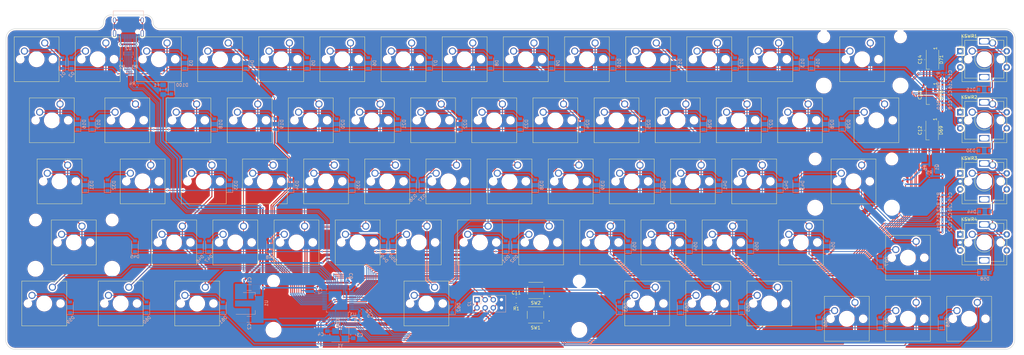
<source format=kicad_pcb>
(kicad_pcb (version 20211014) (generator pcbnew)
  (layers (0 "F.Cu" signal) (31 "B.Cu" power) (34 "B.Paste" user) (35 "F.Paste" user) (36 "B.SilkS" user "B.Silkscreen") (37 "F.SilkS" user "F.Silkscreen") (38 "B.Mask" user) (39 "F.Mask" user) (44 "Edge.Cuts" user))
  (net 0 "")
  (net 1 "+5V")
  (net 2 "GND")
  (net 3 "+3.3V")
  (net 4 "HSE_IN")
  (net 5 "HSE_OUT")
  (net 6 "NRST")
  (net 7 "ROW 0")
  (net 8 "Net-(D1-Pad2)")
  (net 9 "Net-(D2-Pad2)")
  (net 10 "Net-(D3-Pad2)")
  (net 11 "Net-(D4-Pad2)")
  (net 12 "Net-(D5-Pad2)")
  (net 13 "Net-(D6-Pad2)")
  (net 14 "Net-(D7-Pad2)")
  (net 15 "Net-(D8-Pad2)")
  (net 16 "Net-(D9-Pad2)")
  (net 17 "Net-(D10-Pad2)")
  (net 18 "Net-(D11-Pad2)")
  (net 19 "Net-(D12-Pad2)")
  (net 20 "Net-(D13-Pad2)")
  (net 21 "Net-(D14-Pad2)")
  (net 22 "Net-(D15-Pad2)")
  (net 23 "ROW 1")
  (net 24 "Net-(D16-Pad2)")
  (net 25 "Net-(D17-Pad2)")
  (net 26 "Net-(D18-Pad2)")
  (net 27 "Net-(D19-Pad2)")
  (net 28 "Net-(D20-Pad2)")
  (net 29 "Net-(D21-Pad2)")
  (net 30 "Net-(D22-Pad2)")
  (net 31 "Net-(D23-Pad2)")
  (net 32 "Net-(D24-Pad2)")
  (net 33 "Net-(D25-Pad2)")
  (net 34 "Net-(D26-Pad2)")
  (net 35 "Net-(D27-Pad2)")
  (net 36 "Net-(D28-Pad2)")
  (net 37 "Net-(D29-Pad2)")
  (net 38 "Net-(D30-Pad2)")
  (net 39 "ROW 2")
  (net 40 "Net-(D31-Pad2)")
  (net 41 "Net-(D32-Pad2)")
  (net 42 "Net-(D33-Pad2)")
  (net 43 "Net-(D34-Pad2)")
  (net 44 "Net-(D35-Pad2)")
  (net 45 "Net-(D36-Pad2)")
  (net 46 "Net-(D37-Pad2)")
  (net 47 "Net-(D38-Pad2)")
  (net 48 "Net-(D39-Pad2)")
  (net 49 "Net-(D40-Pad2)")
  (net 50 "Net-(D41-Pad2)")
  (net 51 "Net-(D42-Pad2)")
  (net 52 "Net-(D43-Pad2)")
  (net 53 "Net-(D44-Pad2)")
  (net 54 "ROW 3")
  (net 55 "Net-(D45-Pad2)")
  (net 56 "Net-(D46-Pad2)")
  (net 57 "Net-(D47-Pad2)")
  (net 58 "Net-(D48-Pad2)")
  (net 59 "Net-(D49-Pad2)")
  (net 60 "Net-(D50-Pad2)")
  (net 61 "Net-(D51-Pad2)")
  (net 62 "Net-(D52-Pad2)")
  (net 63 "Net-(D53-Pad2)")
  (net 64 "Net-(D54-Pad2)")
  (net 65 "Net-(D55-Pad2)")
  (net 66 "Net-(D56-Pad2)")
  (net 67 "Net-(D57-Pad2)")
  (net 68 "Net-(D58-Pad2)")
  (net 69 "ROW 4")
  (net 70 "Net-(D60-Pad2)")
  (net 71 "Net-(D61-Pad2)")
  (net 72 "Net-(D62-Pad2)")
  (net 73 "Net-(D63-Pad2)")
  (net 74 "Net-(D64-Pad2)")
  (net 75 "Net-(D65-Pad2)")
  (net 76 "Net-(D66-Pad2)")
  (net 77 "Net-(D67-Pad2)")
  (net 78 "Net-(D68-Pad2)")
  (net 79 "VBUS")
  (net 80 "Net-(J1-PadA5)")
  (net 81 "USB_D+")
  (net 83 "Net-(J1-PadB5)")
  (net 84 "USB_D-")
  (net 86 "unconnected-(J1-PadS1)")
  (net 87 "COL 0")
  (net 88 "COL 1")
  (net 89 "COL 2")
  (net 90 "COL 3")
  (net 91 "COL 4")
  (net 92 "COL 5")
  (net 93 "COL 6")
  (net 94 "COL 7")
  (net 95 "COL 8")
  (net 96 "COL 9")
  (net 97 "COL 10")
  (net 98 "COL 11")
  (net 99 "COL 12")
  (net 100 "COL 13")
  (net 101 "COL 14")
  (net 102 "BOOT0")
  (net 103 "SWDIO")
  (net 104 "SWCLK")
  (net 105 "Net-(D59-Pad2)")
  (net 106 "ROT1_A")
  (net 107 "ROT1_B")
  (net 108 "ROT2_A")
  (net 109 "ROT2_B")
  (net 110 "Net-(D69-Pad1)")
  (net 111 "NEOPIXEL_DRIVE_H")
  (net 112 "Net-(D70-Pad1)")
  (net 114 "ROT3_A")
  (net 115 "ROT3_B")
  (net 116 "ROT4_A")
  (net 117 "ROT4_B")
  (net 118 "NEOPIXEL_DRIVE_L")
  (net 119 "unconnected-(U3-Pad12)")
  (footprint "0SCO_LIB:1.00U_MX-MILLMAX_3305" (layer "F.Cu") (at 23.09 -119.38)
    (fp_text reference "KSW4" hide)
    (fp_text value "Keyswitch_&_Diode")
  )
  (footprint "0SCO_LIB:1.00U_MX-MILLMAX_3305" (layer "F.Cu") (at 223.115 -119.38)
    (fp_text reference "KSW14" hide)
    (fp_text value "Keyswitch_&_Diode")
  )
  (footprint "0SCO_LIB:1.00U_MX-MILLMAX_3305" (layer "F.Cu") (at 151.368125 -81.28)
    (fp_text reference "KSW40" hide)
    (fp_text value "Keyswitch_&_Diode")
  )
  (footprint "0SCO_LIB:1.00U_MX-MILLMAX_3305" (layer "F.Cu") (at 237.4025 -57.4675)
    (fp_text reference "KSW57" hide)
    (fp_text value "Keyswitch_&_Diode")
  )
  (footprint "TS-1187A-B-A-B Switch:SW_TS-1187A-B-A-B" (layer "F.Cu") (at 118.9109 -42.17 180)
    (fp_text reference "SW2")
    (fp_text value "SW_MEC_5E")
  )
  (footprint "0SCO_LIB:1.00U_MX-MILLMAX_3305" (layer "F.Cu") (at 132.318125 -81.28)
    (fp_text reference "KSW39" hide)
    (fp_text value "Keyswitch_&_Diode")
  )
  (footprint "Capacitor_SMD:C_0402_1005Metric_Pad0.74x0.62mm_HandSolder" (layer "F.Cu") (at 239.74 -114.19 90)
    (fp_text reference "C14")
    (fp_text value "100nF")
  )
  (footprint "0SCO_LIB:1.00U_MX-MILLMAX_3305" (layer "F.Cu") (at 15.94625 -43.18)
    (fp_text reference "KSW61" hide)
    (fp_text value "Keyswitch_&_Diode")
  )
  (footprint "TS-1187A-B-A-B Switch:SW_TS-1187A-B-A-B" (layer "F.Cu") (at 118.8225 -34.54 180)
    (fp_text reference "SW1")
    (fp_text value "SW_MEC_5E")
  )
  (footprint "0SCO_LIB:1.00U_MX-MILLMAX_3305" (layer "F.Cu") (at 220.424375 -81.28)
    (fp_text reference "KSW43" hide)
    (fp_text value "Keyswitch_&_Diode")
  )
  (footprint "0SCO_LIB:1.00U_MX-MILLMAX_3305" (layer "F.Cu") (at -29.2975 -100.33)
    (fp_text reference "KSW16" hide)
    (fp_text value "Keyswitch_&_Diode")
  )
  (footprint "0SCO_LIB:1.00U_MX-MILLMAX_3305" (layer "F.Cu") (at 170.418125 -81.28)
    (fp_text reference "KSW41" hide)
    (fp_text value "Keyswitch_&_Diode")
  )
  (footprint "0SCO_LIB:1.00U_MX-MILLMAX_3305" (layer "F.Cu") (at 42.14 -119.38)
    (fp_text reference "KSW5" hide)
    (fp_text value "Keyswitch_&_Diode")
  )
  (footprint "0SCO_LIB:1.00U_MX-MILLMAX_3305" (layer "F.Cu") (at 89.455625 -100.33)
    (fp_text reference "KSW22" hide)
    (fp_text value "Keyswitch_&_Diode")
  )
  (footprint "0SCO_LIB:1.00U_MX-MILLMAX_3305" (layer "F.Cu") (at 184.705625 -100.33)
    (fp_text reference "KSW27" hide)
    (fp_text value "Keyswitch_&_Diode")
  )
  (footprint "0SCO_LIB:1.00U_MX-MILLMAX_3305" (layer "F.Cu") (at -34.06 -119.38)
    (fp_text reference "KSW1" hide)
    (fp_text value "Keyswitch_&_Diode")
  )
  (footprint "0SCO_LIB:1.00U_MX-MILLMAX_3305" (layer "F.Cu") (at 94.218125 -81.28)
    (fp_text reference "KSW37" hide)
    (fp_text value "Keyswitch_&_Diode")
  )
  (footprint "0SCO_LIB:1.00U_MX-MILLMAX_3305" (layer "F.Cu") (at 37.068125 -81.28)
    (fp_text reference "KSW34" hide)
    (fp_text value "Keyswitch_&_Diode")
  )
  (footprint "0SCO_LIB:1.00U_MX-MILLMAX_3305" (layer "F.Cu") (at 261.215 -62.23)
    (fp_text reference "KSW58" hide)
    (fp_text value "Keyswitch_&_Diode")
  )
  (footprint "0SCO_LIB:1.00U_MX-MILLMAX_3305" (layer "F.Cu") (at -31.67875 -43.18)
    (fp_text reference "KSW59" hide)
    (fp_text value "Keyswitch_&_Diode")
  )
  (footprint "Mounting_Keyboard_Stabilizer:Stabilizer_Cherry_MX_2.00u" (layer "F.Cu") (at 217.884375 -76.2)
    (fp_text reference "REF**" hide)
    (fp_text value "Stabilizer_Cherry_MX_2.00u" hide)
  )
  (footprint "0SCO_LIB:1.00U_MX-MILLMAX_3305" (layer "F.Cu") (at 70.405625 -100.33)
    (fp_text reference "KSW21" hide)
    (fp_text value "Keyswitch_&_Diode")
  )
  (footprint "0SCO_LIB:1.00U_MX-MILLMAX_3305" (layer "F.Cu") (at 123.1025 -62.23)
    (fp_text reference "KSW52" hide)
    (fp_text value "Keyswitch_&_Diode")
  )
  (footprint "0SCO_LIB:1.00U_MX-MILLMAX_3305" (layer "F.Cu") (at 204.065 -62.23)
    (fp_text reference "KSW56" hide)
    (fp_text value "Keyswitch_&_Diode")
  )
  (footprint "0SCO_LIB:1.00U_MX-MILLMAX_3305" (layer "F.Cu") (at -5.794375 -100.33)
    (fp_text reference "KSW17" hide)
    (fp_text value "Keyswitch_&_Diode")
  )
  (footprint "0SCO_LIB:1.00U_MX-MILLMAX_3305" (layer "F.Cu") (at 261.215 -81.28)
    (fp_text reference "KSW44" hide)
    (fp_text value "Keyswitch_&_Diode")
  )
  (footprint "0SCO_LIB:1.00U_MX-MILLMAX_3305" (layer "F.Cu") (at 61.19 -119.38)
    (fp_text reference "KSW6" hide)
    (fp_text value "Keyswitch_&_Diode")
  )
  (footprint "0SCO_LIB:1.00U_MX-MILLMAX_3305" (layer "F.Cu") (at 51.355625 -100.33)
    (fp_text reference "KSW20" hide)
    (fp_text value "Keyswitch_&_Diode")
  )
  (footprint "0SCO_LIB:1.00U_MX-MILLMAX_3305" (layer "F.Cu") (at 261.215 -119.38)
    (fp_text reference "KSW15" hide)
    (fp_text value "Keyswitch_&_Diode")
  )
  (footprint "0SCO_LIB:1.00U_MX-MILLMAX_3305" (layer "F.Cu") (at 256.4525 -38.4175)
    (fp_text reference "KSW68" hide)
    (fp_text value "Keyswitch_&_Diode")
  )
  (footprint "0SCO_LIB:1.00U_MX-MILLMAX_3305" (layer "F.Cu") (at 87.38375 -43.18)
    (fp_text reference "KSW62" hide)
    (fp_text value "Keyswitch_&_Diode")
  )
  (footprint "0SCO_LIB:1.00U_MX-MILLMAX_3305" (layer "F.Cu") (at 118.34 -119.38)
    (fp_text reference "KSW9" hide)
    (fp_text value "Keyswitch_&_Diode")
  )
  (footprint "0SCO_LIB:1.00U_MX-MILLMAX_3305" (layer "F.Cu") (at 75.168125 -81.28)
    (fp_text reference "KSW36" hide)
    (fp_text value "Keyswitch_&_Diode")
  )
  (footprint "0SCO_LIB:1.00U_MX-MILLMAX_3305" (layer "F.Cu") (at 175.180625 -43.18)
    (fp_text reference "KSW64" hide)
    (fp_text value "Keyswitch_&_Diode")
  )
  (footprint "LED_SMD:LED_SK6812MINI_PLCC4_3.5x3.5mm_P1.75mm" (layer "F.Cu") (at 242.500102 -114.2 -90)
    (fp_text reference "D71")
    (fp_text value "SK6812MINI")
  )
  (footprint "0SCO_LIB:1.00U_MX-MILLMAX_3305" (layer "F.Cu") (at 104.0525 -62.23)
    (fp_text reference "KSW51" hide)
    (fp_text value "Keyswitch_&_Diode")
  )
  (footprint "0SCO_LIB:1.00U_MX-MILLMAX_3305" (layer "F.Cu") (at 65.9525 -62.23)
    (fp_text reference "KSW49" hide)
    (fp_text value "Keyswitch_&_Diode")
  )
  (footprint "Capacitor_SMD:C_0402_1005Metric_Pad0.74x0.62mm_HandSolder" (layer "F.Cu") (at 239.74 -92.09 90)
    (fp_text reference "C12")
    (fp_text value "100nF")
  )
  (footprint "0SCO_LIB:1.00U_MX-MILLMAX_3305" (layer "F.Cu") (at 18.018125 -81.28)
    (fp_text reference "KSW33" hide)
    (fp_text value "Keyswitch_&_Diode")
  )
  (footprint "0SCO_LIB:1.00U_MX-MILLMAX_3305" (layer "F.Cu") (at 4.04 -119.38)
    (fp_text reference "KSW3" hide)
    (fp_text value "Keyswitch_&_Diode")
  )
  (footprint "0SCO_LIB:1.00U_MX-MILLMAX_3305" (layer "F.Cu") (at 194.230625 -43.18)
    (fp_text reference "KSW65" hide)
    (fp_text value "Keyswitch_&_Diode")
  )
  (footprint "0SCO_LIB:1.00U_MX-MILLMAX_3305" (layer "F.Cu") (at -7.86625 -43.18)
    (fp_text reference "KSW60" hide)
    (fp_text value "Keyswitch_&_Diode")
  )
  (footprint "0SCO_LIB:1.00U_MX-MILLMAX_3305" (layer "F.Cu") (at 108.505625 -100.33)
    (fp_text reference "KSW23" hide)
    (fp_text value "Keyswitch_&_Diode")
  )
  (footprint "0SCO_LIB:1.00U_MX-MILLMAX_3305" (layer "F.Cu") (at 194.54 -119.38)
    (fp_text reference "KSW13" hide)
    (fp_text value "Keyswitch_&_Diode")
  )
  (footprint "0SCO_LIB:1.00U_MX-MILLMAX_3305" (layer "F.Cu") (at 8.8025 -62.23)
    (fp_text reference "KSW46" hide)
    (fp_text value "Keyswitch_&_Diode")
  )
  (footprint "0SCO_LIB:1.00U_MX-MILLMAX_3305" (layer "F.Cu") (at 203.755625 -100.33)
    (fp_text reference "KSW28" hide)
    (fp_text value "Keyswitch_&_Diode")
  )
  (footprint "0SCO_LIB:1.00U_MX-MILLMAX_3305" (layer "F.Cu") (at 237.4025 -38.4175)
    (fp_text reference "KSW67" hide)
    (fp_text value "Keyswitch_&_Diode")
  )
  (footprint "Rotary_Encoder:RotaryEncoder_Alps_EC11E-Switch_Vertical_H20mm" (layer "F.Cu") (at 251.115625 -116.8)
    (fp_text reference "KSWR1")
    (fp_text value "EC11_RotaryEnc")
  )
  (footprint "Capacitor_SMD:C_0402_1005Metric_Pad0.74x0.62mm_HandSolder" (layer "F.Cu") (at 112.82 -40.27)
    (fp_text reference "C11")
    (fp_text value "100nF")
  )
  (footprint "0SCO_LIB:1.00U_MX-MILLMAX_3305" (layer "F.Cu") (at -22.463125 -62.23)
    (fp_text reference "KSW45" hide)
    (fp_text value "Keyswitch_&_Diode")
  )
  (footprint "0SCO_LIB:1.00U_MX-MILLMAX_3305" (layer "F.Cu") (at -1.031875 -81.28)
    (fp_text reference "KSW32" hide)
    (fp_text value "Keyswitch_&_Diode")
  )
  (footprint "0SCO_LIB:1.00U_MX-MILLMAX_3305" (layer "F.Cu") (at 127.555625 -100.33)
    (fp_text reference "KSW24" hide)
    (fp_text value "Keyswitch_&_Diode")
  )
  (footprint "0SCO_LIB:1.00U_MX-MILLMAX_3305" (layer "F.Cu") (at 165.655625 -100.33)
    (fp_text reference "KSW26" hide)
    (fp_text value "Keyswitch_&_Diode")
  )
  (footprint "0SCO_LIB:1.00U_MX-MILLMAX_3305" (layer "F.Cu") (at 156.130625 -43.18)
    (fp_text reference "KSW63" hide)
    (fp_text value "Keyswitch_&_Diode")
  )
  (footprint "0SCO_LIB:1.00U_MX-MILLMAX_3305" (layer "F.Cu") (at 180.2525 -62.23)
    (fp_text reference "KSW55" hide)
    (fp_text value "Keyswitch_&_Diode")
  )
  (footprint "0SCO_LIB:1.00U_MX-MILLMAX_3305" (layer "F.Cu") (at -26.91625 -81.28)
    (fp_text reference "KSW31" hide)
    (fp_text value "Keyswitch_&_Diode")
  )
  (footprint "0SCO_LIB:1.00U_MX-MILLMAX_3305" (layer "F.Cu") (at 261.215 -100.33)
    (fp_text reference "KSW30" hide)
    (fp_text value "Keyswitch_&_Diode")
  )
  (footprint "0SCO_LIB:1.00U_MX-MILLMAX_3305" (layer "F.Cu") (at 146.605625 -100.33)
    (fp_text reference "KSW25" hide)
    (fp_text value "Keyswitch_&_Diode")
  )
  (footprint "0SCO_LIB:1.00U_MX-MILLMAX_3305" (layer "F.Cu") (at 137.39 -119.38)
    (fp_text reference "KSW10" hide)
    (fp_text value "Keyswitch_&_Diode")
  )
  (footprint "LED_SMD:LED_SK6812MINI_PLCC4_3.5x3.5mm_P1.75mm" (layer "F.Cu") (at 242.4 -92.1 -90)
    (fp_text reference "D69")
    (fp_text value "SK6812MINI")
  )
  (footprint "0SCO_LIB:1.00U_MX-MILLMAX_3305" (layer "F.Cu") (at -15.01 -119.38)
    (fp_text reference "KSW2" hide)
    (fp_text value "Keyswitch_&_Diode")
  )
  (footprint "Mounting_Keyboard_Stabilizer:Stabilizer_Cherry_MX_2.00u" (layer "F.Cu") (at -25.003125 -57.15)
    (fp_text reference "REF**" hide)
    (fp_text value "Stabilizer_Cherry_MX_2.00u" hide)
  )
  (footprint "Resistor_SMD:R_0402_1005Metric_Pad0.72x0.64mm_HandSolder" (layer "F.Cu") (at 112.83 -37.75)
    (fp_text reference "R1")
    (fp_text value "10k")
  )
  (footprint "0SCO_LIB:1.00U_MX-MILLMAX_3305" (layer "F.Cu") (at 156.44 -119.38)
    (fp_text reference "KSW11" hide)
    (fp_text value "Keyswitch_&_Diode")
  )
  (footprint "0SCO_LIB:1.00U_MX-MILLMAX_3305" (layer "F.Cu") (at 189.468125 -81.28)
    (fp_text reference "KSW42" hide)
    (fp_text value "Keyswitch_&_Diode")
  )
  (footprint "Mounting_Keyboard_Stabilizer:Stabilizer_Cherry_MX_2.00u" (layer "F.Cu") (at 220.575 -114.3)
    (fp_text reference "REF**" hide)
    (fp_text value "Stabilizer_Cherry_MX_2.00u" hide)
  )
  (footprint "LED_SMD:LED_SK6812MINI_PLCC4_3.5x3.5mm_P1.75mm" (layer "F.Cu") (at 242.505 -103.15 -90)
    (fp_text reference "D70")
    (fp_text value "SK6812MINI")
  )
  (footprint "0SCO_LIB:1.00U_MX-MILLMAX_3305" (layer "F.Cu") (at 142.1525 -62.23)
    (fp_text reference "KSW53" hide)
    (fp_text value "Keyswitch_&_Diode")
  )
  (footprint "0SCO_LIB:1.00U_MX-MILLMAX_3305" (layer "F.Cu") (at 27.8525 -62.23)
    (fp_text reference "KSW47" hide)
    (fp_text value "Keyswitch_&_Diode")
  )
  (footprint "0SCO_LIB:1.00U_MX-MILLMAX_3305" (layer "F.Cu") (at 32.305625 -100.33)
    (fp_text reference "KSW19" hide)
    (fp_text value "Keyswitch_&_Diode")
  )
  (footprint "0SCO_LIB:1.00U_MX-MILLMAX_3305" (layer "F.Cu") (at 13.255625 -100.33)
    (fp_text reference "KSW18" hide)
    (fp_text value "Keyswitch_&_Diode")
  )
  (footprint "0SCO_LIB:1.00U_MX-MILLMAX_3305" (layer "F.Cu") (at 56.118125 -81.28)
    (fp_text reference "KSW35" hide)
    (fp_text value "Keyswitch_&_Diode")
  )
  (footprint "Rotary_Encoder:RotaryEncoder_Alps_EC11E-Switch_Vertical_H20mm" (layer "F.Cu") (at 251.115625 -97.75)
    (fp_text reference "KSWR2")
    (fp_text value "EC11_RotaryEnc")
  )
  (footprint "0SCO_LIB:1.00U_MX-MILLMAX_3305" (layer "F.Cu") (at 99.29 -119.38)
    (fp_text reference "KSW8" hide)
    (fp_text value "Keyswitch_&_Diode")
  )
  (footprint "Capacitor_SMD:C_0402_1005Metric_Pad0.74x0.62mm_HandSolder" (layer "F.Cu") (at 239.74 -103.14 90)
    (fp_text reference "C13")
    (fp_text value "100nF")
  )
  (footprint "0SCO_LIB:1.00U_MX-MILLMAX_3305" (layer "F.Cu") (at 218.3525 -38.4175)
    (fp_text reference "KSW66" hide)
    (fp_text value "Keyswitch_&_Diode")
  )
  (footprint "0SCO_LIB:1.00U_MX-MILLMAX_3305" (layer "F.Cu") (at 85.0025 -62.23)
    (fp_text reference "KSW50" hide)
    (fp_text value "Keyswitch_&_Diode")
  )
  (footprint "0SCO_LIB:1.00U_MX-MILLMAX_3305" (layer "F.Cu") (at 161.2025 -62.23)
    (fp_text reference "KSW54" hide)
    (fp_text value "Keyswitch_&_Diode")
  )
  (footprint "Rotary_Encoder:RotaryEncoder_Alps_EC11E-Switch_Vertical_H20mm" (layer "F.Cu") (at 251.115625 -59.65)
    (fp_text reference "KSWR4")
    (fp_text value "EC11_RotaryEnc")
  )
  (footprint "0SCO_LIB:1.00U_MX-MILLMAX_3305" (layer "F.Cu") (at 175.49 -119.38)
    (fp_text reference "KSW12" hide)
    (fp_text value "Keyswitch_&_Diode")
  )
  (footprint "0SCO_LIB:1.00U_MX-MILLMAX_3305" (layer "F.Cu") (at 80.24 -119.38)
    (fp_text reference "KSW7" hide)
    (fp_text value "Keyswitch_&_Diode")
  )
  (footprint "0SCO_LIB:1.00U_MX-MILLMAX_3305" (layer "F.Cu") (at 227.568125 -100.33)
    (fp_text reference "KSW29" hide)
    (fp_text value "Keyswitch_&_Diode")
  )
  (footprint "0SCO_LIB:1.00U_MX-MILLMAX_3305" (layer "F.Cu") (at 113.268125 -81.28)
    (fp_text reference "KSW38" hide)
    (fp_text value "Keyswitch_&_Diode")
  )
  (footprint "0SCO_LIB:1.00U_MX-MILLMAX_3305" (layer "F.Cu") (at 46.9025 -62.23)
    (fp_text reference "KSW48" hide)
    (fp_text value "Keyswitch_&_Diode")
  )
  (footprint "Mounting_Keyboard_Stabilizer:Stabilizer_Cherry_MX_6.00u" (layer "F.Cu") (at 84.84375 -38.1)
    (fp_text reference "REF**" hide)
    (fp_text value "Stabilizer_Cherry_MX_6.00u" hide)
  )
  (footprint "Rotary_Encoder:RotaryEncoder_Alps_EC11E-Switch_Vertical_H20mm" (layer "F.Cu") (at 251.115625 -78.7)
    (fp_text reference "KSWR3")
    (fp_text value "EC11_RotaryEnc")
  )
  (footprint "Diode_SMD:D_SOD-123" (layer "B.Cu") (at 258.6 -85.8)
    (fp_text reference "D30")
    (fp_text value "1N4148W")
  )
  (footprint "Diode_SMD:D_SOD-123" (layer "B.Cu") (at 226.21875 -32.146875 90)
    (fp_text reference "D67")
    (fp_text value "1N4148W")
  )
  (footprint "Capacitor_SMD:C_1206_3216Metric_Pad1.33x1.80mm_HandSolder" (layer "B.Cu") (at 29.612133 -33.163857 180)
    (fp_text reference "C2")
    (fp_text value "22uF")
  )
  (footprint "Diode_SMD:D_SOD-123" (layer "B.Cu") (at 185.7375 -55.959375 90)
    (fp_text reference "D55")
    (fp_text value "1N4148W")
  )
  (footprint "Diode_SMD:D_SOD-123" (layer "B.Cu") (at 214.36 -94.08 90)
    (fp_text reference "D29")
    (fp_text value "1N4148W")
  )
  (footprint "Diode_SMD:D_SOD-123" (layer "B.Cu") (at 163.996875 -36.909375 90)
    (fp_text reference "D64")
    (fp_text value "1N4148W")
  )
  (footprint "Diode_SMD:D_SOD-123" (layer "B.Cu") (at -23.8125 -94.059375 90)
    (fp_text reference "D16")
    (fp_text value "1N4148W")
  )
  (footprint "Capacitor_SMD:C_0402_1005Metric_Pad0.74x0.62mm_HandSolder" (layer "B.Cu") (at 50.000002 -41.95 180)
    (fp_text reference "C7")
    (fp_text value "100nF")
  )
  (footprint "Diode_SMD:D_SOD-123" (layer "B.Cu") (at 190.190625 -94.059375 90)
    (fp_text reference "D27")
    (fp_text value "1N4148W")
  )
  (footprint "Diode_SMD:D_SOD-123" (layer "B.Cu") (at 147.6375 -55.959375 90)
    (fp_text reference "D53")
    (fp_text value "1N4148W")
  )
  (footprint "Diode_SMD:D_SOD-123" (layer "B.Cu") (at 258.8 -66.8)
    (fp_text reference "D44")
    (fp_text value "1N4148W")
  )
  (footprint "Diode_SMD:D_SOD-123" (layer "B.Cu") (at -2.38125 -36.909375 90)
    (fp_text reference "D60")
    (fp_text value "1N4148W")
  )
  (footprint "Diode_SMD:D_SOD-123" (layer "B.Cu") (at -21.43125 -75.009375 90)
    (fp_text reference "D31")
    (fp_text value "1N4148W")
  )
  (footprint "Diode_SMD:D_SOD-123" (layer "B.Cu") (at 28.575 -113.109375 90)
    (fp_text reference "D4")
    (fp_text value "1N4148W")
  )
  (footprint "Diode_SMD:D_SOD-123" (layer "B.Cu") (at 175.903125 -75.009375 90)
    (fp_text reference "D41")
    (fp_text value "1N4148W")
  )
  (footprint "Diode_SMD:D_SOD-123" (layer "B.Cu") (at 133.040625 -94.059375 90)
    (fp_text reference "D24")
    (fp_text value "1N4148W")
  )
  (footprint "Resistor_SMD:R_0402_1005Metric_Pad0.72x0.64mm_HandSolder" (layer "B.Cu") (at 245.6 -61.914285 -90)
    (fp_text reference "R14")
    (fp_text value "5k1")
  )
  (footprint "Diode_SMD:D_SOD-123" (layer "B.Cu") (at 113.990625 -94.059375 90)
    (fp_text reference "D23")
    (fp_text value "1N4148W")
  )
  (footprint "Diode_SMD:D_SOD-123" (layer "B.Cu") (at 118.753125 -75.009375 90)
    (fp_text reference "D38")
    (fp_text value "1N4148W")
  )
  (footprint "Diode_SMD:D_SOD-123" (layer "B.Cu") (at 37.790625 -94.059375 90)
    (fp_text reference "D19")
    (fp_text value "1N4148W")
  )
  (footprint "Capacitor_SMD:C_0402_1005Metric_Pad0.74x0.62mm_HandSolder" (layer "B.Cu") (at 60.300001 -46.049999 90)
    (fp_text reference "C8")
    (fp_text value "100nF")
  )
  (footprint "Capacitor_SMD:C_0402_1005Metric_Pad0.74x0.62mm_HandSolder" (layer "B.Cu") (at 246.800001 -103.2 -90)
    (fp_text reference "C17")
    (fp_text value "100nF")
  )
  (footprint "Diode_SMD:D_SOD-123" (layer "B.Cu") (at 171.140625 -94.059375 90)
    (fp_text reference "D26")
    (fp_text value "1N4148W")
  )
  (footprint "Diode_SMD:D_SOD-123" (layer "B.Cu") (at 36.1 -55.959375 90)
    (fp_text reference "D48")
    (fp_text value "1N4148W")
  )
  (footprint "Diode_SMD:D_SOD-123" (layer "B.Cu") (at 75.890625 -94.059375 90)
    (fp_text reference "D21")
    (fp_text value "1N4148W")
  )
  (footprint "Diode_SMD:D_SOD-123" (layer "B.Cu") (at 23.503125 -75.009375 90)
    (fp_text reference "D33")
    (fp_text value "1N4148W")
  )
  (footprint "Resistor_SMD:R_0402_1005Metric_Pad0.72x0.64mm_HandSolder" (layer "B.Cu") (at -10 -113.800001 -90)
    (fp_text reference "R2")
    (fp_text value "5k1")
  )
  (footprint "Diode_SMD:D_SOD-123" (layer "B.Cu") (at 258.8 -47.75)
    (fp_text reference "D58")
    (fp_text value "1N4148W")
  )
  (footprint "Capacitor_SMD:C_0805_2012Metric_Pad1.18x1.45mm_HandSolder" (layer "B.Cu") (at 53.976566 -28.469582 -90)
    (fp_text reference "C4")
    (fp_text value "10pF")
  )
  (footprint "Diode_SMD:D_SOD-123" (layer "B.Cu") (at 71.4375 -55.959375 90)
    (fp_text reference "D49")
    (fp_text value "1N4148W")
  )
  (footprint "Resistor_SMD:R_0402_1005Metric_Pad0.72x0.64mm_HandSolder" (layer "B.Cu") (at -6 -113.800001 -90)
    (fp_text reference "R3")
    (fp_text value "5k1")
  )
  (footprint "Diode_SMD:D_SOD-123" (layer "B.Cu") (at 204.7875 -113.109375 90)
    (fp_text reference "D14")
    (fp_text value "1N4148W")
  )
  (footprint "Diode_SMD:D_SOD-123" (layer "B.Cu") (at 74.4 -55.959375 90)
    (fp_text reference "D50")
    (fp_text value "1N4148W")
  )
  (footprint "Package_TO_SOT_SMD:SOT-223-3_TabPin2" (layer "B.Cu") (at 29.612133 -38.113603)
    (fp_text reference "U1")
    (fp_text value "AMS1117-3.3")
  )
  (footprint "Resistor_SMD:R_0402_1005Metric_Pad0.72x0.64mm_HandSolder" (layer "B.Cu") (at 241.52 -77.8 180)
    (fp_text reference "R5")
    (fp_text value "10k")
  )
  (footprint "Diode_SMD:D_SOD-123" (layer "B.Cu") (at 180.975 -113.109375 90)
    (fp_text reference "D12")
    (fp_text value "1N4148W")
  )
  (footprint "Diode_SMD:D_SOD-123" (layer "B.Cu") (at 17.1 -55.959375 90)
    (fp_text reference "D47")
    (fp_text value "1N4148W")
  )
  (footprint "Diode_SMD:D_SOD-123" (layer "B.Cu") (at 207.16875 -32.146875 90)
    (fp_text reference "D66")
    (fp_text value "1N4148W")
  )
  (footprint "TPD4E05U06DQAR:TI_TPD4E05U06DQAR" (layer "B.Cu") (at -7.999999 -116.066876 90)
    (fp_text reference "U2")
    (fp_text value "TPD4E05U06DQAR")
  )
  (footprint "Diode_SMD:D_SOD-123" (layer "B.Cu") (at -19.3 -94.059375 90)
    (fp_text reference "D17")
    (fp_text value "1N4148W")
  )
  (footprint "Crystal:Crystal_SMD_3225-4Pin_3.2x2.5mm_HandSoldering" (layer "B.Cu") (at 58.000002 -28.35 180)
    (fp_text reference "Y1")
    (fp_text value "16MHz")
  )
  (footprint "Diode_SMD:D_SOD-123" (layer "B.Cu") (at 85.725 -113.109375 90)
    (fp_text reference "D7")
    (fp_text value "1N4148W")
  )
  (footprint "Resistor_SMD:R_0402_1005Metric_Pad0.72x0.64mm_HandSolder" (layer "B.Cu") (at 239.02 -80.500002 90)
    (fp_text reference "R6")
    (fp_text value "10k")
  )
  (footprint "Resistor_SMD:R_0402_1005Metric_Pad0.72x0.64mm_HandSolder" (layer "B.Cu") (at 245.6 -65.057143 -90)
    (fp_text reference "R13")
    (fp_text value "5k1")
  )
  (footprint "Diode_SMD:D_SOD-123" (layer "B.Cu") (at 9.525 -113.109375 90)
    (fp_text reference "D3")
    (fp_text value "1N4148W")
  )
  (footprint "Diode_SMD:D_SOD-123" (layer "B.Cu") (at 92.86875 -36.909375 90)
    (fp_text reference "D62")
    (fp_text value "1N4148W")
  )
  (footprint "Diode_SMD:D_SOD-123" (layer "B.Cu") (at 245.26875 -32.146875 90)
    (fp_text reference "D68")
    (fp_text value "1N4148W")
  )
  (footprint "Capacitor_SMD:C_0402_1005Metric_Pad0.74x0.62mm_HandSolder" (layer "B.Cu") (at 246.8 -68.200001 -90)
    (fp_text reference "C20")
    (fp_text value "100nF")
  )
  (footprint "Diode_SMD:D_SOD-123" (layer "B.Cu") (at 194.953125 -75.009375 90)
    (fp_text reference "D42")
    (fp_text value "1N4148W")
  )
  (footprint "Diode_SMD:D_SOD-123" (layer "B.Cu") (at 166.6875 -55.959375 90)
    (fp_text reference "D54")
    (fp_text value "1N4148W")
  )
  (footprint "Diode_SMD:D_SOD-123" (layer "B.Cu") (at 21.43125 -36.909375 90)
    (fp_text reference "D61")
    (fp_text value "1N4148W")
  )
  (footprint "Capacitor_SMD:C_0402_1005Metric_Pad0.74x0.62mm_HandSolder" (layer "B.Cu") (at 246.8 -61.914285 -90)
    (fp_text reference "C22")
    (fp_text value "100nF")
  )
  (footprint "Diode_SMD:D_SOD-123" (layer "B.Cu") (at 209.240625 -94.059375 90)
    (fp_text reference "D28")
    (fp_text value "1N4148W")
  )
  (footprint "Diode_SMD:D_SOD-123" (layer "B.Cu") (at 47.625 -113.109375 90)
    (fp_text reference "D5")
    (fp_text value "1N4148W")
  )
  (footprint "Diode_SMD:D_SOD-123" (layer "B.Cu") (at 94.940625 -94.059375 90)
    (fp_text reference "D22")
    (fp_text value "1N4148W")
  )
  (footprint "Diode_SMD:D_SOD-123" (layer "B.Cu") (at -25.7 -113.109375 90)
    (fp_text reference "D2")
    (fp_text value "1N4148W")
  )
  (footprint "Capacitor_SMD:C_0402_1005Metric_Pad0.74x0.62mm_HandSolder" (layer "B.Cu") (at 246.8 -65.057143 -90)
    (fp_text reference "C21")
    (fp_text value "100nF")
  )
  (footprint "Diode_SMD:D_SOD-123" (layer "B.Cu") (at 66.675 -113.109375 90)
    (fp_text reference "D6")
    (fp_text value "1N4148W")
  )
  (footprint "Connector_PinHeader_2.54mm:PinHeader_2x04_P2.54mm_Vertical" (layer "B.Cu") (at 100.6 -39.285 -90)
    (fp_text reference "J2")
    (fp_text value "Conn_02x04_Row_Letter_First")
  )
  (footprint "Diode_SMD:D_SOD-123" (layer "B.Cu") (at 144.946875 -36.909375 90)
    (fp_text reference "D63")
    (fp_text value "1N4148W")
  )
  (footprint "Resistor_SMD:R_0402_1005Metric_Pad0.72x0.64mm_HandSolder" (layer "B.Cu") (at 245.6 -106.342857 -90)
    (fp_text reference "R8")
    (fp_text value "5k1")
  )
  (footprint "Package_QFP:LQFP-48_7x7mm_P0.5mm" (layer "B.Cu") (at 57.3 -39 90)
    (fp_text reference "U3")
    (fp_text value "STM32F103C8Tx")
  )
  (footprint "Diode_SMD:D_SOD-123" (layer "B.Cu") (at 137.803125 -75.009375 90)
    (fp_text reference "D39")
    (fp_text value "1N4148W")
  )
  (footprint "Diode_SMD:D_SOD-123" (layer "B.Cu") (at 42.553125 -75.009375 90)
    (fp_text reference "D34")
    (fp_text value "1N4148W")
  )
  (footprint "Diode_SMD:D_SOD-123" (layer "B.Cu") (at 156.853125 -75.009375 90)
    (fp_text reference "D40")
    (fp_text value "1N4148W")
  )
  (footprint "Diode_SMD:D_SOD-123" (layer "B.Cu") (at 14.2875 -55.959375 90)
    (fp_text reference "D46")
    (fp_text value "1N4148W")
  )
  (footprint "Resistor_SMD:R_0402_1005Metric_Pad0.72x0.64mm_HandSolder" (layer "B.Cu") (at 245.6 -71.342857 -90)
    (fp_text reference "R11")
    (fp_text value "5k1")
  )
  (footprint "Diode_SMD:D_SOD-123" (layer "B.Cu") (at 83.575 -75 90)
    (fp_text reference "D37")
    (fp_text value "1N4148W")
  )
  (footprint "Diode_SMD:D_SOD-123" (layer "B.Cu") (at 142.875 -113.109375 90)
    (fp_text reference "D10")
    (fp_text value "1N4148W")
  )
  (footprint "Connector_USB:USB_C_Receptacle_HRO_TYPE-C-31-M-12" (layer "B.Cu") (at -8 -125.46)
    (fp_text reference "J1" hide)
    (fp_text value "USB C")
  )
  (footprint "Diode_SMD:D_SOD-123" (layer "B.Cu") (at 112.4 -55.959375 90)
    (fp_text reference "D52")
    (fp_text value "1N4148W")
  )
  (footprint "Capacitor_SMD:C_0805_2012Metric_Pad1.18x1.45mm_HandSolder" (layer "B.Cu") (at 62.02344 -28.314016 90)
    (fp_text reference "C3")
    (fp_text value "10pF")
  )
  (footprint "Capacitor_SMD:C_0402_1005Metric_Pad0.74x0.62mm_HandSolder" (layer "B.Cu") (at 246.800001 -100.057144 -90)
    (fp_text reference "C18")
    (fp_text value "100nF")
  )
  (footprint "Capacitor_SMD:C_0402_1005Metric_Pad0.74x0.62mm_HandSolder" (layer "B.Cu") (at 61.050002 -33.000001)
    (fp_text reference "C9")
    (fp_text value "100nF")
  )
  (footprint "Diode_SMD:D_SOD-123" (layer "B.Cu") (at 56.840625 -94.059375 90)
    (fp_text reference "D20")
    (fp_text value "1N4148W")
  )
  (footprint "Diode_SMD:D_SOD-123" (layer "B.Cu") (at 109.5375 -55.959375 90)
    (fp_text reference "D51")
    (fp_text value "1N4148W")
  )
  (footprint "Diode_SMD:D_SOD-123F" (layer "B.Cu") (at 5.4 -104.8 -90)
    (fp_text reference "D100")
    (fp_text value "D_TVS")
  )
  (footprint "Diode_SMD:D_SOD-123" (layer "B.Cu") (at 18.740625 -94.059375 90)
    (fp_text reference "D18")
    (fp_text value "1N4148W")
  )
  (footprint "Diode_SMD:D_SOD-123" (layer "B.Cu") (at 152.090625 -94.059375 90)
    (fp_text reference "D25")
    (fp_text value "1N4148W")
  )
  (footprint "Diode_SMD:D_SOD-123" (layer "B.Cu") (at -28.575 -113.109375 90)
    (fp_text reference "D1")
    (fp_text value "1N4148W")
  )
  (footprint "Diode_SMD:D_SOD-123" (layer "B.Cu") (at 183.046875 -36.909375 90)
    (fp_text reference "D65")
    (fp_text value "1N4148W")
  )
  (footprint "Diode_SMD:D_SOD-123" (layer "B.Cu") (at -14.5 -75 90)
    (fp_text reference "D32")
    (fp_text value "1N4148W")
  )
  (footprint "Capacitor_SMD:C_1206_3216Metric_Pad1.33x1.80mm_HandSolder" (layer "B.Cu") (at 29.612133 -43.063352)
    (fp_text reference "C1")
    (fp_text value "22uF")
  )
  (footprint "Resistor_SMD:R_0402_1005Metric_Pad0.72x0.64mm_HandSolder" (layer "B.Cu") (at -5.33 -106.19 90)
    (fp_text reference "R4")
    (fp_text value "1k5")
  )
  (footprint "Resistor_SMD:R_0402_1005Metric_Pad0.72x0.64mm_HandSolder" (layer "B.Cu") (at 245.600001 -103.2 -90)
    (fp_text reference "R9")
    (fp_text value "5k1")
  )
  (footprint "Resistor_SMD:R_0402_1005Metric_Pad0.72x0.64mm_HandSolder" (layer "B.Cu") (at 245.6 -68.2 -90)
    (fp_text reference "R12")
    (fp_text value "5k1")
  )
  (footprint "Diode_SMD:D_SOD-123" (layer "B.Cu") (at 226.21875 -51.196875 90)
    (fp_text reference "D57")
    (fp_text value "1N4148W")
  )
  (footprint "Diode_SMD:D_SOD-123" (layer "B.Cu") (at 161.925 -113.109375 90)
    (fp_text reference "D11")
    (fp_text value "1N4148W")
  )
  (footprint "Diode_SMD:D_SOD-123" (layer "B.Cu") (at -5.953125 -55.959375 90)
    (fp_text reference "D45")
    (fp_text value "1N4148W")
  )
  (footprint "Diode_SMD:D_SOD-123" (layer "B.Cu") (at 258.6 -104.85)
    (fp_text reference "D15")
    (fp_text value "1N4148W")
  )
  (footprint "Diode_SMD:D_SOD-123" (layer "B.Cu") (at 104.775 -113.109375 90)
    (fp_text reference "D8")
    (fp_text value "1N4148W")
  )
  (footprint "Fuse:Fuse_1206_3216Metric_Pad1.42x1.75mm_HandSolder" (layer "B.Cu") (at 2.8 -104.8 -90)
    (fp_text reference "F1")
    (fp_text value "Polyfuse")
  )
  (footprint "Diode_SMD:D_SOD-123" (layer "B.Cu") (at 200.025 -113.109375 90)
    (fp_text reference "D13")
    (fp_text value "1N4148W")
  )
  (footprint "Resistor_SMD:R_0402_1005Metric_Pad0.72x0.64mm_HandSolder" (layer "B.Cu") (at 245.600001 -109.485714 -90)
    (fp_text reference "R7")
    (fp_text value "5k1")
  )
  (footprint "Diode_SMD:D_SOD-123" (layer "B.Cu") (at 123.825 -113.109375 90)
    (fp_text reference "D9")
    (fp_text value "1N4148W")
  )
  (footprint "Diode_SMD:D_SOD-123" (layer "B.Cu") (at 200.025 -75.009375 90)
    (fp_text reference "D43")
    (fp_text value "1N4148W")
  )
  (footprint "Capacitor_SMD:C_0402_1005Metric_Pad0.74x0.62mm_HandSolder" (layer "B.Cu") (at 246.800001 -106.342858 -90)
    (fp_text reference "C16")
    (fp_text value "100nF")
  )
  (footprint "Resistor_SMD:R_0402_1005Metric_Pad0.72x0.64mm_HandSolder" (layer "B.Cu") (at 245.6 -100.057143 -90)
    (fp_text reference "R10")
    (fp_text value "5k1")
  )
  (footprint "Capacitor_SMD:C_0603_1608Metric_Pad1.08x0.95mm_HandSolder" (layer "B.Cu") (at 64.600002 -34.3)
    (fp_text reference "C5")
    (fp_text value "10uF")
  )
  (footprint "Capacitor_SMD:C_0402_1005Metric_Pad0.74x0.62mm_HandSolder" (layer "B.Cu") (at 246.8 -71.342857 -90)
    (fp_text reference "C19")
    (fp_text value "100nF")
  )
  (footprint "Capacitor_SMD:C_0402_1005Metric_Pad0.74x0.62mm_HandSolder" (layer "B.Cu") (at 246.800001 -109.485714 -90)
    (fp_text reference "C15")
    (fp_text value "100nF")
  )
  (footprint "Diode_SMD:D_SOD-123" (layer "B.Cu") (at 209.55 -55.959375 90)
    (fp_text reference "D56")
    (fp_text value "1N4148W")
  )
  (footprint "Diode_SMD:D_SOD-123" (layer "B.Cu") (at -26.19375 -36.909375 90)
    (fp_text reference "D59")
    (fp_text value "1N4148W")
  )
  (footprint "Capacitor_SMD:C_0402_1005Metric_Pad0.74x0.62mm_HandSolder" (layer "B.Cu") (at 64.585861 -35.756641)
    (fp_text reference "C6")
    (fp_text value "100nF")
  )
  (footprint "Diode_SMD:D_SOD-123" (layer "B.Cu") (at 80.653125 -75.009375 90)
    (fp_text reference "D36")
    (fp_text value "1N4148W")
  )
  (footprint "Package_TO_SOT_SMD:SOT-23" (layer "B.Cu") (at 241.52 -80.6 90)
    (fp_text reference "Q1")
    (fp_text value "BSS138")
  )
  (footprint "Diode_SMD:D_SOD-123" (layer "B.Cu") (at 61.603125 -75.009375 90)
    (fp_text reference "D35")
    (fp_text value "1N4148W")
  )
  (footprint "Capacitor_SMD:C_0402_1005Metric_Pad0.74x0.62mm_HandSolder" (layer "B.Cu") (at 55.84 -31.98 -90)
    (fp_text reference "C10")
    (fp_text value "100nF")
  )
  (gr_poly (pts (arc (start -0.35 -125.95) (mid -0.97972 -127.47028) (end -2.5 -128.1)) (xy -2.6 -128.1) (arc (start -13.5 -128.1) (mid -15.02028 -127.47028) (end -15.650001 -125.95)) (arc (start -15.650001 -125.95) (mid -16.272423 -124.422423) (end -17.8 -123.8)) (arc (start -43.1 -123.8) (mid -45.22132 -122.92132) (end -46.1 -120.8)) (arc (start -46.2 -26.8) (mid -45.32132 -24.67868) (end -43.2 -23.8)) (arc (start 265.1 -23.8) (mid 267.22132 -24.67868) (end 268.1 -26.8)) (arc (start 268.2 -120.8) (mid 267.32132 -122.92132) (end 265.2 -123.8)) (arc (start 1.799857 -123.8) (mid 0.286973 -124.437074) (end -0.349999 -125.95))) (layer "Edge.Cuts") (width 0.15) (fill none))
  (segment (start 33.05 -68.593179) (end 33.056321 -68.5995) (width 0.5) (layer "F.Cu") (net 1))
  (segment (start 239.74 -102.5725) (end 239.8175 -102.65) (width 0.5) (layer "F.Cu") (net 1))
  (segment (start 239.74 -102.5725) (end 238.3125 -102.5725) (width 0.5) (layer "F.Cu") (net 1))
  (segment (start 33.04 -50.79) (end 33.05 -50.8) (width 0.5) (layer "F.Cu") (net 1))
  (segment (start 242.36 -91.6) (end 243.275 -90.685) (width 0.5) (layer "F.Cu") (net 1))
  (segment (start 239.74 -105.88) (end 238.68 -104.82) (width 0.5) (layer "F.Cu") (net 1))
  (segment (start 33.04 -50.79) (end 33.04 -50.34) (width 0.5) (layer "F.Cu") (net 1))
  (segment (start 33.05 -50.8) (end 33.05 -68.593179) (width 0.5) (layer "F.Cu") (net 1))
  (segment (start 208.95 -52.09) (end 53.74 -52.09) (width 0.5) (layer "F.Cu") (net 1))
  (segment (start 239.8175 -113.7) (end 242.500102 -113.7) (width 0.5) (layer "F.Cu") (net 1))
  (segment (start 53.74 -52.09) (end 52.4 -50.75) (width 0.5) (layer "F.Cu") (net 1))
  (segment (start 239.74 -91.5225) (end 238.4125 -91.5225) (width 0.5) (layer "F.Cu") (net 1))
  (segment (start 239.74 -113.6225) (end 239.8175 -113.7) (width 0.5) (layer "F.Cu") (net 1))
  (segment (start 238.27 -91.38) (end 238.27 -79.13) (width 0.5) (layer "F.Cu") (net 1))
  (segment (start 238.68 -104.82) (end 238.27 -104.41) (width 0.5) (layer "F.Cu") (net 1))
  (segment (start 243.375102 -112.825) (end 243.375102 -112.45) (width 0.5) (layer "F.Cu") (net 1))
  (segment (start 242.500102 -113.7) (end 243.375102 -112.825) (width 0.5) (layer "F.Cu") (net 1))
  (segment (start 239.8175 -91.6) (end 242.36 -91.6) (width 0.5) (layer "F.Cu") (net 1))
  (segment (start 239.74 -91.5225) (end 239.8175 -91.6) (width 0.5) (layer "F.Cu") (net 1))
  (segment (start 233.62 -76.76) (end 208.95 -52.09) (width 0.5) (layer "F.Cu") (net 1))
  (segment (start 239.74 -113.6225) (end 239.74 -105.88) (width 0.5) (layer "F.Cu") (net 1))
  (segment (start 243.38 -101.775) (end 243.38 -101.4) (width 0.5) (layer "F.Cu") (net 1))
  (segment (start 238.27 -104.41) (end 238.27 -102.53) (width 0.5) (layer "F.Cu") (net 1))
  (segment (start 239.8175 -102.65) (end 242.505 -102.65) (width 0.5) (layer "F.Cu") (net 1))
  (segment (start 242.505 -102.65) (end 243.38 -101.775) (width 0.5) (layer "F.Cu") (net 1))
  (segment (start 238.27 -102.53) (end 238.27 -91.38) (width 0.5) (layer "F.Cu") (net 1))
  (segment (start 33.04 -50.34) (end 28.05 -45.35) (width 0.5) (layer "F.Cu") (net 1))
  (segment (start 243.275 -90.685) (end 243.275 -90.35) (width 0.5) (layer "F.Cu") (net 1))
  (via (at 33.056321 -68.5995) (size 0.7) (drill 0.3) (layers "F.Cu" "B.Cu") (net 1))
  (via (at 52.4 -50.75) (size 0.7) (drill 0.3) (layers "F.Cu" "B.Cu") (net 1))
  (via (at 28.05 -45.35) (size 0.7) (drill 0.3) (layers "F.Cu" "B.Cu") (net 1))
  (via (at 233.62 -76.76) (size 0.7) (drill 0.3) (layers "F.Cu" "B.Cu") (net 1))
  (via (at 33.04 -50.79) (size 0.7) (drill 0.3) (layers "F.Cu" "B.Cu") (net 1))
  (via (at 238.27 -79.13) (size 0.7) (drill 0.3) (layers "F.Cu" "B.Cu") (net 1))
  (segment (start 11.1 -68.6) (end 33.055821 -68.6) (width 0.5) (layer "B.Cu") (net 1))
  (segment (start 28.05 -43.063719) (end 28.049633 -43.063352) (width 0.5) (layer "B.Cu") (net 1))
  (segment (start 33.055821 -68.6) (end 33.056321 -68.5995) (width 0.5) (layer "B.Cu") (net 1))
  (segment (start 33.08 -50.75) (end 52.4 -50.75) (width 0.5) (layer "B.Cu") (net 1))
  (segment (start 8.05 -71.65) (end 11.1 -68.6) (width 0.5) (layer "B.Cu") (net 1))
  (segment (start 235.877498 -76.76) (end 239.02 -79.902502) (width 0.5) (layer "B.Cu") (net 1))
  (segment (start 2.8 -88.95) (end 8.05 -83.7) (width 0.5) (layer "B.Cu") (net 1))
  (segment (start 233.62 -76.76) (end 235.877498 -76.76) (width 0.5) (layer "B.Cu") (net 1))
  (segment (start 8.05 -83.7) (end 8.05 -71.65) (width 0.5) (layer "B.Cu") (net 1))
  (segment (start 33.04 -50.79) (end 33.08 -50.75) (width 0.5) (layer "B.Cu") (net 1))
  (segment (start 2.8 -103.3125) (end 2.8 -88.95) (width 0.5) (layer "B.Cu") (net 1))
  (segment (start 28.05 -45.35) (end 28.05 -43.063719) (width 0.5) (layer "B.Cu") (net 1))
  (segment (start 2.8 -103.3125) (end 5.3125 -103.3125) (width 0.5) (layer "B.Cu") (net 1))
  (segment (start 5.3125 -103.3125) (end 5.4 -103.4) (width 0.5) (layer "B.Cu") (net 1))
  (segment (start 246.79 -101.69) (end 246.79 -98.56) (width 0.5) (layer "F.Cu") (net 2))
  (segment (start 239.74 -92.6575) (end 240.3325 -92.6575) (width 0.5) (layer "F.Cu") (net 2))
  (segment (start 240.3325 -92.6575) (end 241.525 -93.85) (width 0.5) (layer "F.Cu") (net 2))
  (segment (start 109.205 -40.27) (end 108.22 -39.285) (width 0.5) (layer "F.Cu") (net 2))
  (segment (start 111.2275 -36.745) (end 112.2325 -37.75) (width 0.5) (layer "F.Cu") (net 2))
  (segment (start 239.74 -114.7575) (end 240.432602 -114.7575) (width 0.5) (layer "F.Cu") (net 2))
  (segment (start 246.8 -69.8) (end 246.8 -63.49) (width 0.5) (layer "F.Cu") (net 2))
  (segment (start -11.249498 -119.9) (end -4.750499 -119.9) (width 0.5) (layer "F.Cu") (net 2))
  (segment (start 246.79 -107.97) (end 246.79 -101.69) (width 0.5) (layer "F.Cu") (net 2))
  (segment (start 121.9109 -44.045) (end 121.9109 -40.295) (width 0.5) (layer "F.Cu") (net 2))
  (segment (start 112.2525 -40.27) (end 109.205 -40.27) (width 0.5) (layer "F.Cu") (net 2))
  (segment (start 246.8 -63.49) (end 246.8 -60.3) (width 0.5) (layer "F.Cu") (net 2))
  (segment (start 108.22 -36.745) (end 111.2275 -36.745) (width 0.5) (layer "F.Cu") (net 2))
  (segment (start 239.74 -103.7075) (end 240.4375 -103.7075) (width 0.5) (layer "F.Cu") (net 2))
  (segment (start 240.432602 -114.7575) (end 241.625102 -115.95) (width 0.5) (layer "F.Cu") (net 2))
  (segment (start 240.4375 -103.7075) (end 241.63 -104.9) (width 0.5) (layer "F.Cu") (net 2))
  (via (at -10 -112.1) (size 0.7) (drill 0.3) (layers "F.Cu" "B.Cu") (net 2))
  (via (at 246.8 -63.49) (size 0.7) (drill 0.3) (layers "F.Cu" "B.Cu") (net 2))
  (via (at 246.8 -69.8) (size 0.7) (drill 0.3) (layers "F.Cu" "B.Cu") (net 2))
  (via (at 246.8 -60.3) (size 0.7) (drill 0.3) (layers "F.Cu" "B.Cu") (net 2))
  (via (at 246.79 -98.56) (size 0.7) (drill 0.3) (layers "F.Cu" "B.Cu") (net 2))
  (via (at -11.249498 -119.9) (size 0.7) (drill 0.3) (layers "F.Cu" "B.Cu") (net 2))
  (via (at -8.46 -108.88) (size 0.7) (drill 0.3) (layers "F.Cu" "B.Cu") (net 2))
  (via (at -4.750499 -119.9) (size 0.7) (drill 0.3) (layers "F.Cu" "B.Cu") (net 2))
  (via (at 246.8 -66.962143) (size 0.7) (drill 0.3) (layers "F.Cu" "B.Cu") (net 2))
  (via (at 246.79 -101.69) (size 0.7) (drill 0.3) (layers "F.Cu" "B.Cu") (net 2))
  (via (at 50.01 -30.496) (size 0.7) (drill 0.3) (layers "F.Cu" "B.Cu") (net 2))
  (via (at 246.79 -105.14) (size 0.7) (drill 0.3) (layers "F.Cu" "B.Cu") (net 2))
  (via (at 246.79 -107.97) (size 0.7) (drill 0.3) (layers "F.Cu" "B.Cu") (net 2))
  (via (at 64.23 -32.03) (size 0.7) (drill 0.3) (layers "F.Cu" "B.Cu") (net 2))
  (via (at -6 -112.1) (size 0.7) (drill 0.3) (layers "F.Cu" "B.Cu") (net 2))
  (via (at 58.7245 -31.1845) (size 0.7) (drill 0.3) (layers "F.Cu" "B.Cu") (net 2))
  (segment (start 65.462503 -35.447497) (end 65.153361 -35.756641) (width 0.5) (layer "B.Cu") (net 2))
  (segment (start -7.999999 -115.681876) (end -7.999999 -111.580001) (width 0.2) (layer "B.Cu") (net 2))
  (segment (start 49.432502 -41.95) (end 47.38 -41.95) (width 0.5) (layer "B.Cu") (net 2))
  (segment (start 62.02344 -29.351516) (end 62.02344 -29.34656) (width 0.5) (layer "B.Cu") (net 2))
  (segment (start 61.462502 -36.750001) (end 64.160001 -36.749999) (width 0.3) (layer "B.Cu") (net 2))
  (segment (start 59.450002 -30.458998) (end 59.450002 -29.5) (width 0.5) (layer "B.Cu") (net 2))
  (segment (start 53.976566 -27.432082) (end 53.964484 -27.42) (width 0.5) (layer "B.Cu") (net 2))
  (segment (start 53.1375 -41.25) (end 55.03 -41.25) (width 0.3) (layer "B.Cu") (net 2))
  (segment (start 60.300001 -46.617499) (end 60.3 -48.6) (width 0.5) (layer "B.Cu") (net 2))
  (segment (start 56.550002 -27.2) (end 54.208645 -27.200001) (width 0.5) (layer "B.Cu") (net 2))
  (segment (start -8.097 -111.483) (end -8.097 -110.734818) (width 0.2) (layer "B.Cu") (net 2))
  (segment (start 56.55 -32.1225) (end 55.84 -31.4125) (width 0.3) (layer "B.Cu") (net 2))
  (segment (start -7.999999 -111.580001) (end -8.097 -111.483) (width 0.2) (layer "B.Cu") (net 2))
  (segment (start 53.137501 -41.250001) (end 50.132501 -41.250001) (width 0.3) (layer "B.Cu") (net 2))
  (segment (start 63.259999 -33.000001) (end 64.23 -32.03) (width 0.5) (layer "B.Cu") (net 2))
  (segment (start 246.8 -67.632501) (end 246.8 -66.962143) (width 0.5) (layer "B.Cu") (net 2))
  (segment (start 246.800001 -107.980001) (end 246.79 -107.97) (width 0.5) (layer "B.Cu") (net 2))
  (segment (start 246.79 -99.479643) (end 246.800001 -99.489644) (width 0.5) (layer "B.Cu") (net 2))
  (segment (start 58.7245 -31.1845) (end 59.450002 -30.458998) (width 0.5) (layer "B.Cu") (net 2))
  (segment (start 54.208645 -27.200001) (end 53.976564 -27.432082) (width 0.5) (layer "B.Cu") (net 2))
  (segment (start 61.617502 -33.000001) (end 63.259999 -33.000001) (width 0.5) (layer "B.Cu") (net 2))
  (segment (start 246.800001 -105.150001) (end 246.79 -105.14) (width 0.5) (layer "B.Cu") (net 2))
  (segment (start 246.800001 -102.6325) (end 246.800001 -101.700001) (width 0.5) (layer "B.Cu") (net 2))
  (segment (start -7.9 -109.44) (end -8.46 -108.88) (width 0.2) (layer "B.Cu") (net 2))
  (segment (start 54.75 -30.84) (end 54.406 -30.496) (width 0.3) (layer "B.Cu") (net 2))
  (segment (start -8.097 -110.734818) (end -7.896999 -110.534817) (width 0.2) (layer "B.Cu") (net 2))
  (segment (start 55.3225 -31.4125) (end 54.75 -30.84) (width 0.3) (layer "B.Cu") (net 2))
  (segment (start -4.75 -119.900851) (end -4.75 -121.415) (width 0.5) (layer "B.Cu") (net 2))
  (segment (start -11.25 -119.900856) (end -11.25 -121.415) (width 0.5) (layer "B.Cu") (net 2))
  (segment (start 61.874955 -29.500001) (end 62.02344 -29.351516) (width 0.5) (layer "B.Cu") (net 2))
  (segment (start -11.249498 -119.9) (end -11.249749 -119.900251) (width 0.5) (layer "B.Cu") (net 2))
  (segment (start 67.05 -32.712502) (end 67.05 -32.71) (width 0.5) (layer "B.Cu") (net 2))
  (segment (start 54.406 -30.496) (end 50.01 -30.496) (width 0.3) (layer "B.Cu") (net 2))
  (segment (start 59.450001 -29.500001) (end 61.874955 -29.500001) (width 0.5) (layer "B.Cu") (net 2))
  (segment (start -10 -112.1) (end -10 -113.202501) (width 0.5) (layer "B.Cu") (net 2))
  (segment (start 55.84 -31.4125) (end 55.3225 -31.4125) (width 0.3) (layer "B.Cu") (net 2))
  (segment (start 65.462502 -34.3) (end 67.05 -32.712502) (width 0.5) (layer "B.Cu") (net 2))
  (segment (start 246.8 -60.3) (end 246.8 -61.346785) (width 0.5) (layer "B.Cu") (net 2))
  (segment (start 108.22 -36.745) (end 108.22 -39.285) (width 0.5) (layer "B.Cu") (net 2))
  (segment (start 59.55 -43.1625) (end 59.55 -41.51) (width 0.3) (layer "B.Cu") (net 2))
  (segment (start 59.550002 -43.1625) (end 59.550001 -45.867499) (width 0.3) (layer "B.Cu") (net 2))
  (segment (start -4.750499 -119.9) (end -4.750249 -119.900249) (width 0.5) (layer "B.Cu") (net 2))
  (segment (start 59.550001 -45.867499) (end 60.300002 -46.6175) (width 0.3) (layer "B.Cu") (net 2))
  (segment (start -7.896999 -109.44) (end -7.9 -109.44) (width 0.2) (layer "B.Cu") (net 2))
  (segment (start 246.800001 -101.700001) (end 246.79 -101.69) (width 0.5) (layer "B.Cu") (net 2))
  (segment (start 65.462501 -34.300001) (end 65.462503 -35.447497) (width 0.5) (layer "B.Cu") (net 2))
  (segment (start 56.55 -34.8375) (end 56.55 -32.1225) (width 0.3) (layer "B.Cu") (net 2))
  (segment (start 246.800001 -108.918214) (end 246.800001 -107.980001) (width 0.5) (layer "B.Cu") (net 2))
  (segment (start 50.132501 -41.250001) (end 49.432501 -41.95) (width 0.3) (layer "B.Cu") (net 2))
  (segment (start 53.964484 -27.42) (end 50.43 -27.42) (width 0.5) (layer "B.Cu") (net 2))
  (segment (start 62.02344 -29.34656) (end 64.02 -27.35) (width 0.5) (layer "B.Cu") (net 2))
  (segment (start 246.8 -70.775357) (end 246.8 -69.8) (width 0.5) (layer "B.Cu") (net 2))
  (segment (start -6 -112.1) (end -6 -113.202501) (width 0.5) (layer "B.Cu") (net 2))
  (segment (start 246.8 -64.489643) (end 246.8 -63.49) (width 0.5) (layer "B.Cu") (net 2))
  (segment (start 246.79 -98.56) (end 246.79 -99.479643) (width 0.5) (layer "B.Cu") (net 2))
  (segment (start 246.800001 -105.775358) (end 246.800001 -105.150001) (width 0.5) (layer "B.Cu") (net 2))
  (segment (start -7.999999 -116.451876) (end -7.999999 -115.681876) (width 0.2) (layer "B.Cu") (net 2))
  (segment (start 64.160001 -36.749999) (end 65.153361 -35.756641) (width 0.3) (layer "B.Cu") (net 2))
  (segment (start 56.55 -34.8375) (end 56.55 -36.74) (width 0.3) (layer "B.Cu") (net 2))
  (segment (start -7.896999 -110.534817) (end -7.896999 -109.44) (width 0.2) (layer "B.Cu") (net 2))
  (arc (start -4.75 -119.900851) (mid -4.750064 -119.900525) (end -4.750249 -119.900249) (width 0.5) (layer "B.Cu") (net 2))
  (arc (start -11.249749 -119.900251) (mid -11.249934 -119.900528) (end -11.25 -119.900856) (width 0.5) (layer "B.Cu") (net 2))
  (segment (start 33.85 -67.8) (end 33.85 -43.25) (width 0.5) (layer "F.Cu") (net 3))
  (segment (start 124.56 -46.66) (end 129.835738 -41.384262) (width 0.5) (layer "F.Cu") (net 3))
  (segment (start 245.6 -77.8) (end 245.61 -77.79) (width 0.5) (layer "F.Cu") (net 3))
  (segment (start 146.86319 -46.81319) (end 217.71319 -46.81319) (width 0.5) (layer "F.Cu") (net 3))
  (segment (start 245.6 -63.5) (end 245.6 -60.3) (width 0.5) (layer "F.Cu") (net 3))
  (segment (start 54.9345 -33.01) (end 64.47 -33.01) (width 0.5) (layer "F.Cu") (net 3))
  (segment (start 52.14 -44.6) (end 50.54 -43) (width 0.5) (layer "F.Cu") (net 3))
  (segment (start 60.786 -44.6) (end 52.14 -44.6) (width 0.5) (layer "F.Cu") (net 3))
  (segment (start 245.61 -77.79) (end 245.6 -77.78) (width 0.5) (layer "F.Cu") (net 3))
  (segment (start 96.865 -33.01) (end 100.6 -36.745) (width 0.5) (layer "F.Cu") (net 3))
  (segment (start 62.27 -44.6) (end 64.33 -46.66) (width 0.5) (layer "F.Cu") (net 3))
  (segment (start 100.6 -39.285) (end 100.6 -36.745) (width 0.5) (layer "F.Cu") (net 3))
  (segment (start 245.6 -107.97) (end 245.6 -101.7) (width 0.5) (layer "F.Cu") (net 3))
  (segment (start 124.866476 -36.415) (end 129.835738 -41.384262) (width 0.5) (layer "F.Cu") (net 3))
  (segment (start 129.835738 -41.384262) (end 141.434262 -41.384262) (width 0.5) (layer "F.Cu") (net 3))
  (segment (start 217.71319 -46.81319) (end 231.2 -60.3) (width 0.5) (layer "F.Cu") (net 3))
  (segment (start 141.434262 -41.384262) (end 146.86319 -46.81319) (width 0.5) (layer "F.Cu") (net 3))
  (segment (start 245.6 -101.7) (end 245.6 -98.57) (width 0.5) (layer "F.Cu") (net 3))
  (segment (start 33.85 -43.25) (end 33.9 -43.2) (width 0.5) (layer "F.Cu") (net 3))
  (segment (start 121.8225 -36.415) (end 121.8225 -32.665) (width 0.5) (layer "F.Cu") (net 3))
  (segment (start 245.6 -69.8) (end 245.6 -63.5) (width 0.5) (layer "F.Cu") (net 3))
  (segment (start 64.33 -46.66) (end 124.56 -46.66) (width 0.5) (layer "F.Cu") (net 3))
  (segment (start 53.22 -31.2955) (end 54.9345 -33.01) (width 0.5) (layer "F.Cu") (net 3))
  (segment (start 231.2 -60.3) (end 245.6 -60.3) (width 0.5) (layer "F.Cu") (net 3))
  (segment (start 245.6 -98.57) (end 245.6 -77.8) (width 0.5) (layer "F.Cu") (net 3))
  (segment (start 64.47 -33.01) (end 96.865 -33.01) (width 0.5) (layer "F.Cu") (net 3))
  (segment (start 60.786 -44.6) (end 62.27 -44.6) (width 0.5) (layer "F.Cu") (net 3))
  (segment (start 121.8225 -36.415) (end 124.866476 -36.415) (width 0.5) (layer "F.Cu") (net 3))
  (segment (start 245.6 -77.78) (end 245.6 -69.8) (width 0.5) (layer "F.Cu") (net 3))
  (via (at 245.6 -63.5) (size 0.7) (drill 0.3) (layers "F.Cu" "B.Cu") (net 3))
  (via (at 245.6 -105.14) (size 0.7) (drill 0.3) (layers "F.Cu" "B.Cu") (net 3))
  (via (at 60.786 -44.6) (size 0.7) (drill 0.3) (layers "F.Cu" "B.Cu") (net 3))
  (via (at 33.9 -43.2) (size 0.7) (drill 0.3) (layers "F.Cu" "B.Cu") (net 3))
  (via (at 245.6 -66.911643) (size 0.7) (drill 0.3) (layers "F.Cu" "B.Cu") (net 3))
  (via (at 33.85 -67.8) (size 0.7) (drill 0.3) (layers "F.Cu" "B.Cu") (net 3))
  (via (at 50.54 -43) (size 0.7) (drill 0.3) (layers "F.Cu" "B.Cu") (net 3))
  (via (at 245.6 -101.7) (size 0.7) (drill 0.3) (layers "F.Cu" "B.Cu") (net 3))
  (via (at 245.6 -69.8) (size 0.7) (drill 0.3) (layers "F.Cu" "B.Cu") (net 3))
  (via (at 245.6 -98.57) (size 0.7) (drill 0.3) (layers "F.Cu" "B.Cu") (net 3))
  (via (at 245.6 -60.3) (size 0.7) (drill 0.3) (layers "F.Cu" "B.Cu") (net 3))
  (via (at 245.6 -107.97) (size 0.7) (drill 0.3) (layers "F.Cu" "B.Cu") (net 3))
  (via (at 245.61 -77.79) (size 0.7) (drill 0.3) (layers "F.Cu" "B.Cu") (net 3))
  (via (at 64.47 -33.01) (size 0.7) (drill 0.3) (layers "F.Cu" "B.Cu") (net 3))
  (via (at 53.22 -31.2955) (size 0.7) (drill 0.3) (layers "F.Cu" "B.Cu") (net 3))
  (segment (start 33.805025 -67.755025) (end 10.655026 -67.755025) (width 0.5) (layer "B.Cu") (net 3))
  (segment (start 60.482502 -33.0881) (end 60.482502 -33.000001) (width 0.5) (layer "B.Cu") (net 3))
  (segment (start 60.786 -44.6) (end 60.786 -44.9965) (width 0.5) (layer "B.Cu") (net 3))
  (segment (start 245.6 -70.745357) (end 245.6 -69.8) (width 0.5) (layer "B.Cu") (net 3))
  (segment (start 32.762133 -39.112133) (end 33.9 -40.25) (width 0.5) (layer "B.Cu") (net 3))
  (segment (start 60.786 -44.9965) (end 60.300001 -45.482499) (width 0.5) (layer "B.Cu") (net 3))
  (segment (start 34.08 -43.02) (end 33.9 -43.2) (width 0.5) (layer "B.Cu") (net 3))
  (segment (start 55.84 -32.5475) (end 55.5275 -32.5475) (width 0.5) (layer "B.Cu") (net 3))
  (segment (start 31.174633 -33.163857) (end 37.976143 -33.163857) (width 0.5) (layer "B.Cu") (net 3))
  (segment (start 32.762133 -38.113603) (end 32.762133 -39.112133) (width 0.5) (layer "B.Cu") (net 3))
  (segment (start 245.6 -99.459643) (end 245.6 -98.57) (width 0.5) (layer "B.Cu") (net 3))
  (segment (start 245.61 -77.79) (end 245.6 -77.8) (width 0.5) (layer "B.Cu") (net 3))
  (segment (start 245.6 -64.459643) (end 245.6 -63.5) (width 0.5) (layer "B.Cu") (net 3))
  (segment (start 63.737502 -33.742498) (end 64.47 -33.01) (width 0.5) (layer "B.Cu") (net 3))
  (segment (start 63.7375 -34.3) (end 63.737502 -35.475783) (width 0.5) (layer "B.Cu") (net 3))
  (segment (start 61.694402 -34.3) (end 60.482502 -33.0881) (width 0.5) (layer "B.Cu") (net 3))
  (segment (start 39.8445 -31.2955) (end 53.22 -31.2955) (width 0.5) (layer "B.Cu") (net 3))
  (segment (start 245.6 -67.6025) (end 245.6 -66.911643) (width 0.5) (layer "B.Cu") (net 3))
  (segment (start 7.2 -71.210051) (end 7.2 -83.35) (width 0.5) (layer "B.Cu") (net 3))
  (segment (start 50.767502 -41.75) (end 50.567502 -41.95) (width 0.3) (layer "B.Cu") (net 3))
  (segment (start 245.600001 -102.6025) (end 245.6 -101.7) (width 0.5) (layer "B.Cu") (net 3))
  (segment (start 37.976143 -33.163857) (end 39.8445 -31.2955) (width 0.5) (layer "B.Cu") (net 3))
  (segment (start 33.85 -67.8) (end 33.805025 -67.755025) (width 0.5) (layer "B.Cu") (net 3))
  (segment (start 50.54 -43) (end 50.567502 -42.972498) (width 0.3) (layer "B.Cu") (net 3))
  (segment (start 61.462501 -36.250001) (end 63.524999 -36.250001) (width 0.3) (layer "B.Cu") (net 3))
  (segment (start 245.6 -60.3) (end 245.6 -61.316785) (width 0.5) (layer "B.Cu") (net 3))
  (segment (start 245.600001 -108.888214) (end 245.6 -107.97) (width 0.5) (layer "B.Cu") (net 3))
  (segment (start 60.050002 -34.8375) (end 60.050002 -33.4325) (width 0.3) (layer "B.Cu") (net 3))
  (segment (start 10.655026 -67.755025) (end 7.2 -71.210051) (width 0.5) (layer "B.Cu") (net 3))
  (segment (start 245.6 -105.745357) (end 245.6 -105.14) (width 0.5) (layer "B.Cu") (net 3))
  (segment (start 56.05 -32.7575) (end 55.84 -32.5475) (width 0.3) (layer "B.Cu") (net 3))
  (segment (start 63.524999 -36.250001) (end 64.01836 -35.75664) (width 0.3) (layer "B.Cu") (net 3))
  (segment (start 55.5275 -32.5475) (end 54.2755 -31.2955) (width 0.5) (layer "B.Cu") (net 3))
  (segment (start 56.05 -34.8375) (end 56.05 -32.7575) (width 0.3) (layer "B.Cu") (net 3))
  (segment (start 50.54 -43) (end 50.52 -43.02) (width 0.5) (layer "B.Cu") (net 3))
  (segment (start 33.9 -40.25) (end 33.9 -43.2) (width 0.5) (layer "B.Cu") (net 3))
  (segment (start 53.137502 -41.75) (end 50.767502 -41.75) (width 0.3) (layer "B.Cu") (net 3))
  (segment (start 242.470001 -78.1525) (end 242.1175 -77.799999) (width 0.5) (layer "B.Cu") (net 3))
  (segment (start 63.737502 -34.3) (end 61.694402 -34.3) (width 0.5) (layer "B.Cu") (net 3))
  (segment (start 63.737502 -35.475783) (end 64.01836 -35.75664) (width 0.5) (layer "B.Cu") (net 3))
  (segment (start 60.050002 -45.2325) (end 60.300001 -45.482499) (width 0.3) (layer "B.Cu") (net 3))
  (segment (start 60.050002 -33.4325) (end 60.482502 -33.000001) (width 0.3) (layer "B.Cu") (net 3))
  (segment (start 63.737502 -34.3) (end 63.737502 -33.742498) (width 0.5) (layer "B.Cu") (net 3))
  (segment (start 2.05 -101.55) (end -3.1875 -106.7875) (width 0.5) (layer "B.Cu") (net 3))
  (segment (start 50.52 -43.02) (end 34.08 -43.02) (width 0.5) (layer "B.Cu") (net 3))
  (segment (start 54.2755 -31.2955) (end 53.22 -31.2955) (width 0.5) (layer "B.Cu") (net 3))
  (segment (start 2.05 -88.5) (end 2.05 -101.55) (width 0.5) (layer "B.Cu") (net 3))
  (segment (start 60.050001 -43.162501) (end 60.050002 -45.2325) (width 0.3) (layer "B.Cu") (net 3))
  (segment (start -3.1875 -106.7875) (end -5.33 -106.7875) (width 0.5) (layer "B.Cu") (net 3))
  (segment (start 245.6 -77.8) (end 242.1175 -77.8) (width 0.5) (layer "B.Cu") (net 3))
  (segment (start 7.2 -83.35) (end 2.05 -88.5) (width 0.5) (layer "B.Cu") (net 3))
  (segment (start 50.567502 -42.972498) (end 50.567502 -41.95) (width 0.3) (layer "B.Cu") (net 3))
  (segment (start 242.470001 -79.662499) (end 242.470001 -78.1525) (width 0.5) (layer "B.Cu") (net 3))
  (segment (start 58.05 -34.8375) (end 58.05 -28.300002) (width 0.25) (layer "B.Cu") (net 4))
  (segment (start 59.450002 -27.2) (end 61.946924 -27.2) (width 0.25) (layer "B.Cu") (net 4))
  (segment (start 59.150002 -27.2) (end 59.450002 -27.2) (width 0.25) (layer "B.Cu") (net 4))
  (segment (start 61.946924 -27.2) (end 62.02344 -27.276516) (width 0.25) (layer "B.Cu") (net 4))
  (segment (start 58.05 -28.300002) (end 59.150002 -27.2) (width 0.25) (layer "B.Cu") (net 4))
  (segment (start 57.55 -34.8375) (end 57.55 -30.499998) (width 0.25) (layer "B.Cu") (net 5))
  (segment (start 53.983648 -29.5) (end 56.550002 -29.5) (width 0.25) (layer "B.Cu") (net 5))
  (segment (start 57.55 -30.499998) (end 56.550002 -29.5) (width 0.25) (layer "B.Cu") (net 5))
  (segment (start 53.976566 -29.507082) (end 53.983648 -29.5) (width 0.25) (layer "B.Cu") (net 5))
  (segment (start 114.79 -38.9) (end 115.9109 -40.0209) (width 0.25) (layer "F.Cu") (net 6))
  (segment (start 57.5755 -30.51) (end 65.71 -30.51) (width 0.25) (layer "F.Cu") (net 6))
  (segment (start 115.9109 -44.045) (end 115.9109 -40.295) (width 0.254) (layer "F.Cu") (net 6))
  (segment (start 105.68 -36.745) (end 106.855 -37.92) (width 0.25) (layer "F.Cu") (net 6))
  (segment (start 113.4125 -40.295) (end 115.9109 -40.295) (width 0.25) (layer "F.Cu") (net 6))
  (segment (start 65.71 -30.51) (end 100.69 -30.51) (width 0.25) (layer "F.Cu") (net 6))
  (segment (start 113.3875 -40.27) (end 113.4125 -40.295) (width 0.25) (layer "F.Cu") (net 6))
  (segment (start 100.69 -30.51) (end 103.33 -33.15) (width 0.25) (layer "F.Cu") (net 6))
  (segment (start 57.0255 -31.06) (end 57.5755 -30.51) (width 0.25) (layer "F.Cu") (net 6))
  (segment (start 109.91 -37.92) (end 110.89 -38.9) (width 0.25) (layer "F.Cu") (net 6))
  (segment (start 110.89 -38.9) (end 114.79 -38.9) (width 0.25) (layer "F.Cu") (net 6))
  (segment (start 115.9109 -40.0209) (end 115.9109 -40.295) (width 0.25) (layer "F.Cu") (net 6))
  (segment (start 106.855 -37.92) (end 109.91 -37.92) (width 0.25) (layer "F.Cu") (net 6))
  (via (at 103.33 -33.15) (size 0.5) (drill 0.225) (layers "F.Cu" "B.Cu") (net 6))
  (via (at 57.0255 -31.06) (size 0.5) (drill 0.225) (layers "F.Cu" "B.Cu") (net 6))
  (segment (start 105.68 -35.5) (end 105.68 -36.745) (width 0.25) (layer "B.Cu") (net 6))
  (segment (start 57.05 -31.0845) (end 57.0255 -31.06) (width 0.25) (layer "B.Cu") (net 6))
  (segment (start 103.33 -33.15) (end 105.68 -35.5) (width 0.25) (layer "B.Cu") (net 6))
  (segment (start 57.05 -34.8375) (end 57.05 -31.0845) (width 0.25) (layer "B.Cu") (net 6))
  (segment (start 42.571565 -45.176405) (end 36.438556 -51.309414) (width 0.3) (layer "F.Cu") (net 7))
  (segment (start 41.98 -83.27) (end 37.52 -87.73) (width 0.3) (layer "F.Cu") (net 7))
  (segment (start 37.52 -87.73) (end 37.52 -102.35) (width 0.3) (layer "F.Cu") (net 7))
  (segment (start -11.29 -109.77) (end 2.65 -109.77) (width 0.254) (layer "F.Cu") (net 7))
  (segment (start 36.438556 -68.738556) (end 41.98 -74.28) (width 0.3) (layer "F.Cu") (net 7))
  (segment (start 42.571565 -41.203407) (end 42.571565 -45.176405) (width 0.3) (layer "F.Cu") (net 7))
  (segment (start 36.438556 -51.309414) (end 36.438556 -68.738556) (width 0.3) (layer "F.Cu") (net 7))
  (segment (start 41.98 -74.28) (end 41.98 -83.27) (width 0.3) (layer "F.Cu") (net 7))
  (via (at 42.571565 -41.203407) (size 0.5) (drill 0.225) (layers "F.Cu" "B.Cu") (net 7))
  (via (at 2.65 -109.77) (size 0.5) (drill 0.225) (layers "F.Cu" "B.Cu") (net 7))
  (via (at -11.29 -109.77) (size 0.5) (drill 0.225) (layers "F.Cu" "B.Cu") (net 7))
  (via (at 37.52 -102.35) (size 0.5) (drill 0.225) (layers "F.Cu" "B.Cu") (net 7))
  (segment (start 240.818974 -104.54) (end 233.899599 -111.459375) (width 0.3) (layer "B.Cu") (net 7))
  (segment (start -25.7 -111.459375) (end -12.979375 -111.459375) (width 0.254) (layer "B.Cu") (net 7))
  (segment (start 200.025 -111.459375) (end 9.525 -111.459375) (width 0.254) (layer "B.Cu") (net 7))
  (segment (start 2.65 -109.77) (end 4.339375 -111.459375) (width 0.254) (layer "B.Cu") (net 7))
  (segment (start 45.77797 -37.75) (end 53.1375 -37.75) (width 0.3) (layer "B.Cu") (net 7))
  (segment (start -28.575 -111.459375) (end -25.7 -111.459375) (width 0.254) (layer "B.Cu") (net 7))
  (segment (start 256.64 -104.54) (end 240.818974 -104.54) (width 0.3) (layer "B.Cu") (net 7))
  (segment (start 42.571565 -41.203407) (end 42.571565 -40.953511) (width 0.3) (layer "B.Cu") (net 7))
  (segment (start 43.335076 -40.19) (end 43.337969 -40.19) (width 0.3) (layer "B.Cu") (net 7))
  (segment (start 28.575 -111.459375) (end 28.575 -111.295) (width 0.3) (layer "B.Cu") (net 7))
  (segment (start 28.575 -111.295) (end 37.52 -102.35) (width 0.3) (layer "B.Cu") (net 7))
  (segment (start 200.025 -111.459375) (end 204.7875 -111.459375) (width 0.254) (layer "B.Cu") (net 7))
  (segment (start 4.339375 -111.459375) (end 9.525 -111.459375) (width 0.254) (layer "B.Cu") (net 7))
  (segment (start 256.95 -104.85) (end 256.64 -104.54) (width 0.3) (layer "B.Cu") (net 7))
  (segment (start 42.571565 -40.953511) (end 43.335076 -40.19) (width 0.3) (layer "B.Cu") (net 7))
  (segment (start 43.337969 -40.19) (end 45.77797 -37.75) (width 0.3) (layer "B.Cu") (net 7))
  (segment (start -12.979375 -111.459375) (end -11.29 -109.77) (width 0.254) (layer "B.Cu") (net 7))
  (segment (start 233.899599 -111.459375) (end 204.7875 -111.459375) (width 0.3) (layer "B.Cu") (net 7))
  (segment (start -28.575 -114.759375) (end -30.655625 -116.84) (width 0.254) (layer "B.Cu") (net 8))
  (segment (start -30.655625 -116.84) (end -40.41 -116.84) (width 0.254) (layer "B.Cu") (net 8))
  (segment (start -25.7 -114.759375) (end -23.619375 -116.84) (width 0.254) (layer "B.Cu") (net 9))
  (segment (start -23.619375 -116.84) (end -21.36 -116.84) (width 0.254) (layer "B.Cu") (net 9))
  (segment (start -2.31 -116.84) (end 7.444375 -116.84) (width 0.254) (layer "B.Cu") (net 10))
  (segment (start 7.444375 -116.84) (end 9.525 -114.759375) (width 0.254) (layer "B.Cu") (net 10))
  (segment (start 26.494375 -116.84) (end 28.575 -114.759375) (width 0.254) (layer "B.Cu") (net 11))
  (segment (start 16.74 -116.84) (end 26.494375 -116.84) (width 0.254) (layer "B.Cu") (net 11))
  (segment (start 45.544375 -116.84) (end 47.625 -114.759375) (width 0.254) (layer "B.Cu") (net 12))
  (segment (start 35.79 -116.84) (end 45.544375 -116.84) (width 0.254) (layer "B.Cu") (net 12))
  (segment (start 54.84 -116.84) (end 64.594375 -116.84) (width 0.254) (layer "B.Cu") (net 13))
  (segment (start 64.594375 -116.84) (end 66.675 -114.759375) (width 0.254) (layer "B.Cu") (net 13))
  (segment (start 83.644375 -116.84) (end 85.725 -114.759375) (width 0.254) (layer "B.Cu") (net 14))
  (segment (start 73.89 -116.84) (end 83.644375 -116.84) (width 0.254) (layer "B.Cu") (net 14))
  (segment (start 102.694375 -116.84) (end 104.775 -114.759375) (width 0.254) (layer "B.Cu") (net 15))
  (segment (start 92.94 -116.84) (end 102.694375 -116.84) (width 0.254) (layer "B.Cu") (net 15))
  (segment (start 121.744375 -116.84) (end 123.825 -114.759375) (width 0.254) (layer "B.Cu") (net 16))
  (segment (start 111.99 -116.84) (end 121.744375 -116.84) (width 0.254) (layer "B.Cu") (net 16))
  (segment (start 131.04 -116.84) (end 140.794375 -116.84) (width 0.254) (layer "B.Cu") (net 17))
  (segment (start 140.794375 -116.84) (end 142.875 -114.759375) (width 0.254) (layer "B.Cu") (net 17))
  (segment (start 159.844375 -116.84) (end 161.925 -114.759375) (width 0.254) (layer "B.Cu") (net 18))
  (segment (start 150.09 -116.84) (end 159.844375 -116.84) (width 0.254) (layer "B.Cu") (net 18))
  (segment (start 178.894375 -116.84) (end 180.975 -114.759375) (width 0.254) (layer "B.Cu") (net 19))
  (segment (start 169.14 -116.84) (end 178.894375 -116.84) (width 0.254) (layer "B.Cu") (net 19))
  (segment (start 197.944375 -116.84) (end 200.025 -114.759375) (width 0.254) (layer "B.Cu") (net 20))
  (segment (start 188.19 -116.84) (end 197.944375 -116.84) (width 0.254) (layer "B.Cu") (net 20))
  (segment (start 216.765 -116.84) (end 206.868125 -116.84) (width 0.254) (layer "B.Cu") (net 21))
  (segment (start 206.868125 -116.84) (end 204.7875 -114.759375) (width 0.254) (layer "B.Cu") (net 21))
  (segment (start 261.052001 -105.652001) (end 261.052001 -116.84) (width 0.254) (layer "B.Cu") (net 22))
  (segment (start 260.25 -104.85) (end 261.052001 -105.652001) (width 0.254) (layer "B.Cu") (net 22))
  (segment (start 254.865 -116.84) (end 265.575625 -116.84) (width 0.254) (layer "B.Cu") (net 22))
  (segment (start 265.575625 -116.84) (end 265.615625 -116.8) (width 0.254) (layer "B.Cu") (net 22))
  (segment (start 42.52 -83.507112) (end 41.933556 -84.093556) (width 0.3) (layer "F.Cu") (net 23))
  (segment (start 43.170701 -45.284375) (end 36.938556 -51.51652) (width 0.3) (layer "F.Cu") (net 23))
  (segment (start 42.52 -74.07) (end 42.52 -83.507112) (width 0.3) (layer "F.Cu") (net 23))
  (segment (start -0.1 -92.41) (end 4.48 -92.41) (width 0.254) (layer "F.Cu") (net 23))
  (segment (start 36.938556 -68.488556) (end 42.52 -74.07) (width 0.3) (layer "F.Cu") (net 23))
  (segment (start 36.938556 -51.51652) (end 36.938556 -68.488556) (width 0.3) (layer "F.Cu") (net 23))
  (segment (start 4.48 -92.41) (end 4.49 -92.4) (width 0.254) (layer "F.Cu") (net 23))
  (segment (start 43.170701 -41.224369) (end 43.170701 -45.284375) (width 0.3) (layer "F.Cu") (net 23))
  (via (at -0.1 -92.41) (size 0.5) (drill 0.225) (layers "F.Cu" "B.Cu") (net 23))
  (via (at 4.49 -92.4) (size 0.5) (drill 0.225) (layers "F.Cu" "B.Cu") (net 23))
  (via (at 41.933556 -84.093556) (size 0.5) (drill 0.225) (layers "F.Cu" "B.Cu") (net 23))
  (via (at 43.170701 -41.224369) (size 0.5) (drill 0.225) (layers "F.Cu" "B.Cu") (net 23))
  (segment (start -23.8125 -92.409375) (end -19.3 -92.409375) (width 0.254) (layer "B.Cu") (net 23))
  (segment (start 214.339375 -92.409375) (end 214.36 -92.43) (width 0.254) (layer "B.Cu") (net 23))
  (segment (start 37.790625 -88.236487) (end 41.933556 -84.093556) (width 0.3) (layer "B.Cu") (net 23))
  (segment (start 43.542182 -40.69) (end 43.545075 -40.69) (width 0.3) (layer "B.Cu") (net 23))
  (segment (start -19.3 -92.409375) (end -0.100625 -92.409375) (width 0.254) (layer "B.Cu") (net 23))
  (segment (start -0.100625 -92.409375) (end -0.1 -92.41) (width 0.254) (layer "B.Cu") (net 23))
  (segment (start 43.545075 -40.69) (end 45.985076 -38.25) (width 0.3) (layer "B.Cu") (net 23))
  (segment (start 4.499375 -92.409375) (end 18.740625 -92.409375) (width 0.254) (layer "B.Cu") (net 23))
  (segment (start 18.740625 -92.409375) (end 214.339375 -92.409375) (width 0.254) (layer "B.Cu") (net 23))
  (segment (start 220.99 -85.8) (end 214.36 -92.43) (width 0.3) (layer "B.Cu") (net 23))
  (segment (start 43.170701 -41.061481) (end 43.542182 -40.69) (width 0.3) (layer "B.Cu") (net 23))
  (segment (start 256.95 -85.8) (end 220.99 -85.8) (width 0.3) (layer "B.Cu") (net 23))
  (segment (start 4.49 -92.4) (end 4.499375 -92.409375) (width 0.254) (layer "B.Cu") (net 23))
  (segment (start 43.170701 -41.224369) (end 43.170701 -41.061481) (width 0.3) (layer "B.Cu") (net 23))
  (segment (start 45.985076 -38.25) (end 53.1375 -38.25) (width 0.3) (layer "B.Cu") (net 23))
  (segment (start 37.790625 -92.409375) (end 37.790625 -88.236487) (width 0.3) (layer "B.Cu") (net 23))
  (segment (start -35.6475 -97.79) (end -25.893125 -97.79) (width 0.254) (layer "B.Cu") (net 24))
  (segment (start -25.893125 -97.79) (end -23.8125 -95.709375) (width 0.254) (layer "B.Cu") (net 24))
  (segment (start -19.3 -95.709375) (end -17.219375 -97.79) (width 0.254) (layer "B.Cu") (net 25))
  (segment (start -17.219375 -97.79) (end -12.144375 -97.79) (width 0.254) (layer "B.Cu") (net 25))
  (segment (start 6.905625 -97.79) (end 16.66 -97.79) (width 0.254) (layer "B.Cu") (net 26))
  (segment (start 16.66 -97.79) (end 18.740625 -95.709375) (width 0.254) (layer "B.Cu") (net 26))
  (segment (start 25.955625 -97.79) (end 35.71 -97.79) (width 0.254) (layer "B.Cu") (net 27))
  (segment (start 35.71 -97.79) (end 37.790625 -95.709375) (width 0.254) (layer "B.Cu") (net 27))
  (segment (start 45.005625 -97.79) (end 54.76 -97.79) (width 0.254) (layer "B.Cu") (net 28))
  (segment (start 54.76 -97.79) (end 56.840625 -95.709375) (width 0.254) (layer "B.Cu") (net 28))
  (segment (start 73.81 -97.79) (end 75.890625 -95.709375) (width 0.254) (layer "B.Cu") (net 29))
  (segment (start 64.055625 -97.79) (end 73.81 -97.79) (width 0.254) (layer "B.Cu") (net 29))
  (segment (start 92.86 -97.79) (end 94.940625 -95.709375) (width 0.254) (layer "B.Cu") (net 30))
  (segment (start 83.105625 -97.79) (end 92.86 -97.79) (width 0.254) (layer "B.Cu") (net 30))
  (segment (start 102.155625 -97.79) (end 111.91 -97.79) (width 0.254) (layer "B.Cu") (net 31))
  (segment (start 111.91 -97.79) (end 113.990625 -95.709375) (width 0.254) (layer "B.Cu") (net 31))
  (segment (start 133.040625 -95.709375) (end 130.96 -97.79) (width 0.254) (layer "B.Cu") (net 32))
  (segment (start 130.96 -97.79) (end 121.205625 -97.79) (width 0.254) (layer "B.Cu") (net 32))
  (segment (start 152.090625 -95.709375) (end 151.940625 -95.709375) (width 0.254) (layer "B.Cu") (net 33))
  (segment (start 149.86 -97.79) (end 140.255625 -97.79) (width 0.254) (layer "B.Cu") (net 33))
  (segment (start 151.940625 -95.709375) (end 149.86 -97.79) (width 0.254) (layer "B.Cu") (net 33))
  (segment (start 168.91 -97.79) (end 159.305625 -97.79) (width 0.254) (layer "B.Cu") (net 34))
  (segment (start 171.140625 -95.709375) (end 170.990625 -95.709375) (width 0.254) (layer "B.Cu") (net 34))
  (segment (start 170.990625 -95.709375) (end 168.91 -97.79) (width 0.254) (layer "B.Cu") (net 34))
  (segment (start 188.272999 -97.627001) (end 178.518624 -97.627001) (width 0.254) (layer "B.Cu") (net 35))
  (segment (start 190.190625 -95.709375) (end 188.272999 -97.627001) (width 0.254) (layer "B.Cu") (net 35))
  (segment (start 209.240625 -95.709375) (end 207.16 -97.79) (width 0.254) (layer "B.Cu") (net 36))
  (segment (start 207.16 -97.79) (end 197.405625 -97.79) (width 0.254) (layer "B.Cu") (net 36))
  (segment (start 216.42 -97.79) (end 214.36 -95.73) (width 0.254) (layer "B.Cu") (net 37))
  (segment (start 221.218125 -97.79) (end 216.42 -97.79) (width 0.254) (layer "B.Cu") (net 37))
  (segment (start 254.905 -97.75) (end 254.865 -97.79) (width 0.254) (layer "B.Cu") (net 38))
  (segment (start 261.56 -97.75) (end 254.905 -97.75) (width 0.254) (layer "B.Cu") (net 38))
  (segment (start 260.25 -85.8) (end 261.052001 -86.602001) (width 0.254) (layer "B.Cu") (net 38))
  (segment (start 261.052001 -86.602001) (end 261.052001 -97.75) (width 0.254) (layer "B.Cu") (net 38))
  (segment (start 265.615625 -97.75) (end 261.56 -97.75) (width 0.254) (layer "B.Cu") (net 38))
  (segment (start 4.21 -73.34) (end 4.24 -73.37) (width 0.254) (layer "F.Cu") (net 39))
  (segment (start 4.24 -73.37) (end 9.04 -73.37) (width 0.254) (layer "F.Cu") (net 39))
  (segment (start 43.77 -45.392182) (end 37.488556 -51.673626) (width 0.3) (layer "F.Cu") (net 39))
  (segment (start 43.77 -41.24) (end 43.77 -45.392182) (width 0.3) (layer "F.Cu") (net 39))
  (segment (start 37.488556 -51.673626) (end 37.488556 -68.261444) (width 0.3) (layer "F.Cu") (net 39))
  (via (at 43.77 -41.24) (size 0.5) (drill 0.225) (layers "F.Cu" "B.Cu") (net 39))
  (via (at 4.21 -73.34) (size 0.5) (drill 0.225) (layers "F.Cu" "B.Cu") (net 39))
  (via (at 37.488556 -68.261444) (size 0.5) (drill 0.225) (layers "F.Cu" "B.Cu") (net 39))
  (via (at 9.04 -73.37) (size 0.5) (drill 0.225) (layers "F.Cu" "B.Cu") (net 39))
  (segment (start -14.5 -73.35) (end 4.2 -73.35) (width 0.254) (layer "B.Cu") (net 39))
  (segment (start 241.83 -63.75) (end 229.166276 -63.75) (width 0.3) (layer "B.Cu") (net 39))
  (segment (start 219.556901 -73.359375) (end 200.025 -73.359375) (width 0.3) (layer "B.Cu") (net 39))
  (segment (start 42.553125 -73.326013) (end 37.488556 -68.261444) (width 0.3) (layer "B.Cu") (net 39))
  (segment (start 43.77 -41.24) (end 43.77 -41.172182) (width 0.3) (layer "B.Cu") (net 39))
  (segment (start 9.050625 -73.359375) (end 23.503125 -73.359375) (width 0.254) (layer "B.Cu") (net 39))
  (segment (start -14.509375 -73.359375) (end -14.5 -73.35) (width 0.254) (layer "B.Cu") (net 39))
  (segment (start 9.04 -73.37) (end 9.050625 -73.359375) (width 0.254) (layer "B.Cu") (net 39))
  (segment (start 257.15 -66.8) (end 256.712143 -66.362143) (width 0.3) (layer "B.Cu") (net 39))
  (segment (start 244.442143 -66.362143) (end 241.83 -63.75) (width 0.3) (layer "B.Cu") (net 39))
  (segment (start -21.43125 -73.359375) (end -14.509375 -73.359375) (width 0.254) (layer "B.Cu") (net 39))
  (segment (start 46.192182 -38.75) (end 53.1375 -38.75) (width 0.3) (layer "B.Cu") (net 39))
  (segment (start 229.166276 -63.75) (end 219.556901 -73.359375) (width 0.3) (layer "B.Cu") (net 39))
  (segment (start 256.712143 -66.362143) (end 244.442143 -66.362143) (width 0.3) (layer "B.Cu") (net 39))
  (segment (start 43.77 -41.172182) (end 46.192182 -38.75) (width 0.3) (layer "B.Cu") (net 39))
  (segment (start 42.553125 -73.359375) (end 42.553125 -73.326013) (width 0.3) (layer "B.Cu") (net 39))
  (segment (start 4.2 -73.35) (end 4.21 -73.34) (width 0.254) (layer "B.Cu") (net 39))
  (segment (start 200.025 -73.359375) (end 23.503125 -73.359375) (width 0.3) (layer "B.Cu") (net 39))
  (segment (start -21.43125 -76.659375) (end -21.58125 -76.659375) (width 0.254) (layer "B.Cu") (net 40))
  (segment (start -21.58125 -76.659375) (end -23.661875 -78.74) (width 0.254) (layer "B.Cu") (net 40))
  (segment (start -23.661875 -78.74) (end -33.26625 -78.74) (width 0.254) (layer "B.Cu") (net 40))
  (segment (start -7.381875 -78.74) (end -12.41 -78.74) (width 0.254) (layer "B.Cu") (net 41))
  (segment (start -12.41 -78.74) (end -14.5 -76.65) (width 0.254) (layer "B.Cu") (net 41))
  (segment (start 21.4225 -78.74) (end 23.503125 -76.659375) (width 0.25) (layer "B.Cu") (net 42))
  (segment (start 11.668125 -78.74) (end 21.4225 -78.74) (width 0.25) (layer "B.Cu") (net 42))
  (segment (start 30.718125 -78.74) (end 40.4725 -78.74) (width 0.254) (layer "B.Cu") (net 43))
  (segment (start 40.4725 -78.74) (end 42.553125 -76.659375) (width 0.254) (layer "B.Cu") (net 43))
  (segment (start 49.768125 -78.74) (end 59.5225 -78.74) (width 0.254) (layer "B.Cu") (net 44))
  (segment (start 59.5225 -78.74) (end 61.603125 -76.659375) (width 0.254) (layer "B.Cu") (net 44))
  (segment (start 78.5725 -78.74) (end 80.653125 -76.659375) (width 0.254) (layer "B.Cu") (net 45))
  (segment (start 68.818125 -78.74) (end 78.5725 -78.74) (width 0.254) (layer "B.Cu") (net 45))
  (segment (start 85.665 -78.74) (end 83.575 -76.65) (width 0.254) (layer "B.Cu") (net 46))
  (segment (start 87.868125 -78.74) (end 85.665 -78.74) (width 0.254) (layer "B.Cu") (net 46))
  (segment (start 118.753125 -76.659375) (end 116.835499 -78.577001) (width 0.254) (layer "B.Cu") (net 47))
  (segment (start 116.835499 -78.577001) (end 107.081124 -78.577001) (width 0.254) (layer "B.Cu") (net 47))
  (segment (start 135.885499 -78.577001) (end 126.131124 -78.577001) (width 0.254) (layer "B.Cu") (net 48))
  (segment (start 137.803125 -76.659375) (end 135.885499 -78.577001) (width 0.254) (layer "B.Cu") (net 48))
  (segment (start 156.853125 -76.659375) (end 154.7725 -78.74) (width 0.254) (layer "B.Cu") (net 49))
  (segment (start 154.7725 -78.74) (end 145.018125 -78.74) (width 0.254) (layer "B.Cu") (net 49))
  (segment (start 173.8225 -78.74) (end 175.903125 -76.659375) (width 0.254) (layer "B.Cu") (net 50))
  (segment (start 164.068125 -78.74) (end 173.8225 -78.74) (width 0.254) (layer "B.Cu") (net 50))
  (segment (start 194.953125 -76.659375) (end 192.8725 -78.74) (width 0.254) (layer "B.Cu") (net 51))
  (segment (start 192.8725 -78.74) (end 183.118125 -78.74) (width 0.254) (layer "B.Cu") (net 51))
  (segment (start 202.105625 -78.74) (end 214.074375 -78.74) (width 0.254) (layer "B.Cu") (net 52))
  (segment (start 200.025 -76.659375) (end 202.105625 -78.74) (width 0.254) (layer "B.Cu") (net 52))
  (segment (start 261.16 -78.7) (end 254.905 -78.7) (width 0.254) (layer "B.Cu") (net 53))
  (segment (start 265.615625 -78.7) (end 261.16 -78.7) (width 0.254) (layer "B.Cu") (net 53))
  (segment (start 261.16 -67.51) (end 261.16 -78.7) (width 0.254) (layer "B.Cu") (net 53))
  (segment (start 254.905 -78.7) (end 254.865 -78.74) (width 0.254) (layer "B.Cu") (net 53))
  (segment (start 260.45 -66.8) (end 261.16 -67.51) (width 0.254) (layer "B.Cu") (net 53))
  (segment (start 44.46 -45.48) (end 38.43 -51.51) (width 0.254) (layer "F.Cu") (net 54))
  (segment (start 69.23 -54.33) (end 106.48 -54.33) (width 0.254) (layer "F.Cu") (net 54))
  (segment (start 52.44 -54.33) (end 69.23 -54.33) (width 0.254) (layer "F.Cu") (net 54))
  (segment (start 52.41 -54.3) (end 52.44 -54.33) (width 0.254) (layer "F.Cu") (net 54))
  (segment (start 44.46 -41.26) (end 44.46 -45.48) (width 0.254) (layer "F.Cu") (net 54))
  (via (at 52.41 -54.3) (size 0.5) (drill 0.225) (layers "F.Cu" "B.Cu") (net 54))
  (via (at 69.23 -54.33) (size 0.5) (drill 0.225) (layers "F.Cu" "B.Cu") (net 54))
  (via (at 106.48 -54.33) (size 0.5) (drill 0.225) (layers "F.Cu" "B.Cu") (net 54))
  (via (at 44.46 -41.26) (size 0.5) (drill 0.225) (layers "F.Cu" "B.Cu") (net 54))
  (via (at 38.43 -51.51) (size 0.5) (drill 0.225) (layers "F.Cu" "B.Cu") (net 54))
  (segment (start 209.55 -54.309375) (end 109.5375 -54.309375) (width 0.254) (layer "B.Cu") (net 54))
  (segment (start 36.1 -53.84) (end 36.1 -54.309375) (width 0.254) (layer "B.Cu") (net 54))
  (segment (start 52.41 -54.3) (end 52.400625 -54.309375) (width 0.254) (layer "B.Cu") (net 54))
  (segment (start 46.367537 -39.25) (end 53.1375 -39.25) (width 0.25) (layer "B.Cu") (net 54))
  (segment (start 209.55 -54.309375) (end 221.45625 -54.309375) (width 0.254) (layer "B.Cu") (net 54))
  (segment (start 44.46 -41.26) (end 44.46 -41.157537) (width 0.25) (layer "B.Cu") (net 54))
  (segment (start 71.4375 -54.309375) (end 69.250625 -54.309375) (width 0.254) (layer "B.Cu") (net 54))
  (segment (start 221.45625 -54.309375) (end 226.21875 -49.546875) (width 0.254) (layer "B.Cu") (net 54))
  (segment (start -5.953125 -54.309375) (end 14.2875 -54.309375) (width 0.254) (layer "B.Cu") (net 54))
  (segment (start 106.48 -54.33) (end 106.500625 -54.309375) (width 0.254) (layer "B.Cu") (net 54))
  (segment (start 44.46 -41.157537) (end 46.367537 -39.25) (width 0.25) (layer "B.Cu") (net 54))
  (segment (start 69.250625 -54.309375) (end 69.23 -54.33) (width 0.254) (layer "B.Cu") (net 54))
  (segment (start 36.1 -54.309375) (end 14.2875 -54.309375) (width 0.254) (layer "B.Cu") (net 54))
  (segment (start 74.4 -54.309375) (end 71.4375 -54.309375) (width 0.254) (layer "B.Cu") (net 54))
  (segment (start 257.15 -47.75) (end 228.015625 -47.75) (width 0.3) (layer "B.Cu") (net 54))
  (segment (start 52.400625 -54.309375) (end 36.1 -54.309375) (width 0.254) (layer "B.Cu") (net 54))
  (segment (start 228.015625 -47.75) (end 226.21875 -49.546875) (width 0.3) (layer "B.Cu") (net 54))
  (segment (start 38.43 -51.51) (end 36.1 -53.84) (width 0.254) (layer "B.Cu") (net 54))
  (segment (start 106.500625 -54.309375) (end 109.5375 -54.309375) (width 0.254) (layer "B.Cu") (net 54))
  (segment (start -8.03375 -59.69) (end -5.953125 -57.609375) (width 0.254) (layer "B.Cu") (net 55))
  (segment (start -28.813125 -59.69) (end -8.03375 -59.69) (width 0.254) (layer "B.Cu") (net 55))
  (segment (start 14.2875 -57.609375) (end 14.1375 -57.609375) (width 0.254) (layer "B.Cu") (net 56))
  (segment (start 14.1375 -57.609375) (end 12.056875 -59.69) (width 0.254) (layer "B.Cu") (net 56))
  (segment (start 12.056875 -59.69) (end 2.4525 -59.69) (width 0.254) (layer "B.Cu") (net 56))
  (segment (start 21.5025 -59.69) (end 19.180625 -59.69) (width 0.254) (layer "B.Cu") (net 57))
  (segment (start 19.180625 -59.69) (end 17.1 -57.609375) (width 0.254) (layer "B.Cu") (net 57))
  (segment (start 40.5525 -59.69) (end 38.180625 -59.69) (width 0.254) (layer "B.Cu") (net 58))
  (segment (start 38.180625 -59.69) (end 36.1 -57.609375) (width 0.254) (layer "B.Cu") (net 58))
  (segment (start 69.356875 -59.69) (end 71.4375 -57.609375) (width 0.254) (layer "B.Cu") (net 59))
  (segment (start 59.6025 -59.69) (end 69.356875 -59.69) (width 0.254) (layer "B.Cu") (net 59))
  (segment (start 76.480625 -59.69) (end 74.4 -57.609375) (width 0.254) (layer "B.Cu") (net 60))
  (segment (start 78.6525 -59.69) (end 76.480625 -59.69) (width 0.254) (layer "B.Cu") (net 60))
  (segment (start 109.5375 -57.609375) (end 107.456875 -59.69) (width 0.254) (layer "B.Cu") (net 61))
  (segment (start 107.456875 -59.69) (end 97.7025 -59.69) (width 0.254) (layer "B.Cu") (net 61))
  (segment (start 114.480625 -59.69) (end 112.4 -57.609375) (width 0.254) (layer "B.Cu") (net 62))
  (segment (start 116.7525 -59.69) (end 114.480625 -59.69) (width 0.254) (layer "B.Cu") (net 62))
  (segment (start 145.556875 -59.69) (end 147.6375 -57.609375) (width 0.254) (layer "B.Cu") (net 63))
  (segment (start 135.8025 -59.69) (end 145.556875 -59.69) (width 0.254) (layer "B.Cu") (net 63))
  (segment (start 164.606875 -59.69) (end 166.6875 -57.609375) (width 0.254) (layer "B.Cu") (net 64))
  (segment (start 154.8525 -59.69) (end 164.606875 -59.69) (width 0.254) (layer "B.Cu") (net 64))
  (segment (start 173.9025 -59.69) (end 183.656875 -59.69) (width 0.254) (layer "B.Cu") (net 65))
  (segment (start 183.656875 -59.69) (end 185.7375 -57.609375) (width 0.254) (layer "B.Cu") (net 65))
  (segment (start 197.715 -59.69) (end 207.469375 -59.69) (width 0.254) (layer "B.Cu") (net 66))
  (segment (start 207.469375 -59.69) (end 209.55 -57.609375) (width 0.254) (layer "B.Cu") (net 66))
  (segment (start 226.21875 -52.846875) (end 228.299375 -54.9275) (width 0.25) (layer "B.Cu") (net 67))
  (segment (start 228.299375 -54.9275) (end 231.0525 -54.9275) (width 0.25) (layer "B.Cu") (net 67))
  (segment (start 265.575625 -59.69) (end 265.615625 -59.65) (width 0.254) (layer "B.Cu") (net 68))
  (segment (start 261.1 -48.4) (end 261.1 -59.69) (width 0.254) (layer "B.Cu") (net 68))
  (segment (start 254.865 -59.69) (end 265.575625 -59.69) (width 0.254) (layer "B.Cu") (net 68))
  (segment (start 260.45 -47.75) (end 261.1 -48.4) (width 0.254) (layer "B.Cu") (net 68))
  (segment (start 51.17 -31.96) (end 51.17 -25.52) (width 0.3) (layer "F.Cu") (net 69))
  (via (at 51.17 -25.52) (size 0.5) (drill 0.225) (layers "F.Cu" "B.Cu") (net 69))
  (via (at 51.17 -31.96) (size 0.5) (drill 0.225) (layers "F.Cu" "B.Cu") (net 69))
  (segment (start 135.2075 -25.52) (end 51.17 -25.52) (width 0.3) (layer "B.Cu") (net 69))
  (segment (start 99.04 -42.28) (end 137.92625 -42.28) (width 0.3) (layer "B.Cu") (net 69))
  (segment (start 92.86875 -35.259375) (end 92.86875 -36.10875) (width 0.3) (layer "B.Cu") (net 69))
  (segment (start 52.14 -32.93) (end 51.17 -31.96) (width 0.3) (layer "B.Cu") (net 69))
  (segment (start 51.17 -25.52) (end 31.170625 -25.52) (width 0.3) (layer "B.Cu") (net 69))
  (segment (start 54.2 -32.93) (end 55.05 -33.78) (width 0.3) (layer "B.Cu") (net 69))
  (segment (start 183.046875 -35.259375) (end 144.946875 -35.259375) (width 0.3) (layer "B.Cu") (net 69))
  (segment (start 55.05 -33.78) (end 55.05 -34.8375) (width 0.3) (layer "B.Cu") (net 69))
  (segment (start 137.92625 -42.28) (end 144.946875 -35.259375) (width 0.3) (layer "B.Cu") (net 69))
  (segment (start 54.2 -32.93) (end 52.14 -32.93) (width 0.3) (layer "B.Cu") (net 69))
  (segment (start 245.26875 -30.496875) (end 187.809375 -30.496875) (width 0.3) (layer "B.Cu") (net 69))
  (segment (start 31.170625 -25.52) (end 21.43125 -35.259375) (width 0.3) (layer "B.Cu") (net 69))
  (segment (start 144.946875 -35.259375) (end 135.2075 -25.52) (width 0.3) (layer "B.Cu") (net 69))
  (segment (start 21.43125 -35.259375) (end -26.19375 -35.259375) (width 0.3) (layer "B.Cu") (net 69))
  (segment (start 187.809375 -30.496875) (end 183.046875 -35.259375) (width 0.3) (layer "B.Cu") (net 69))
  (segment (start 92.86875 -36.10875) (end 99.04 -42.28) (width 0.3) (layer "B.Cu") (net 69))
  (segment (start -4.611875 -40.64) (end -14.21625 -40.64) (width 0.254) (layer "B.Cu") (net 70))
  (segment (start -2.38125 -38.559375) (end -2.53125 -38.559375) (width 0.254) (layer "B.Cu") (net 70))
  (segment (start -2.53125 -38.559375) (end -4.611875 -40.64) (width 0.254) (layer "B.Cu") (net 70))
  (segment (start 21.43125 -38.559375) (end 21.28125 -38.559375) (width 0.254) (layer "B.Cu") (net 71))
  (segment (start 21.28125 -38.559375) (end 19.200625 -40.64) (width 0.254) (layer "B.Cu") (net 71))
  (segment (start 19.200625 -40.64) (end 9.59625 -40.64) (width 0.254) (layer "B.Cu") (net 71))
  (segment (start 81.03375 -40.64) (end 90.788125 -40.64) (width 0.25) (layer "B.Cu") (net 72))
  (segment (start 90.788125 -40.64) (end 92.86875 -38.559375) (width 0.25) (layer "B.Cu") (net 72))
  (segment (start 144.946875 -38.559375) (end 147.0275 -40.64) (width 0.25) (layer "B.Cu") (net 73))
  (segment (start 147.0275 -40.64) (end 149.780625 -40.64) (width 0.25) (layer "B.Cu") (net 73))
  (segment (start 166.0775 -40.64) (end 168.830625 -40.64) (width 0.25) (layer "B.Cu") (net 74))
  (segment (start 163.996875 -38.559375) (end 166.0775 -40.64) (width 0.25) (layer "B.Cu") (net 74))
  (segment (start 185.1275 -40.64) (end 187.880625 -40.64) (width 0.25) (layer "B.Cu") (net 75))
  (segment (start 183.046875 -38.559375) (end 185.1275 -40.64) (width 0.25) (layer "B.Cu") (net 75))
  (segment (start 212.0025 -35.8775) (end 209.249375 -35.8775) (width 0.254) (layer "B.Cu") (net 76))
  (segment (start 209.249375 -35.8775) (end 207.16875 -33.796875) (width 0.254) (layer "B.Cu") (net 76))
  (segment (start 231.0525 -35.8775) (end 228.299375 -35.8775) (width 0.254) (layer "B.Cu") (net 77))
  (segment (start 228.299375 -35.8775) (end 226.21875 -33.796875) (width 0.254) (layer "B.Cu") (net 77))
  (segment (start 245.26875 -33.796875) (end 247.349375 -35.8775) (width 0.254) (layer "B.Cu") (net 78))
  (segment (start 247.349375 -35.8775) (end 250.1025 -35.8775) (width 0.254) (layer "B.Cu") (net 78))
  (segment (start -5.547499 -118.936875) (end -10.437195 -118.936875) (width 0.5) (layer "F.Cu") (net 79))
  (segment (start -10.449998 -118.929375) (end -10.446248 -118.933125) (width 0.5) (layer "F.Cu") (net 79))
  (via (at -5.547499 -118.936875) (size 0.7) (drill 0.3) (layers "F.Cu" "B.Cu") (net 79))
  (via (at -10.449998 -118.929375) (size 0.7) (drill 0.3) (layers "F.Cu" "B.Cu") (net 79))
  (arc (start -10.446248 -118.933125) (mid -10.442094 -118.9359) (end -10.437195 -118.936875) (width 0.5) (layer "F.Cu") (net 79))
  (segment (start -10.449998 -118.929375) (end -10.449999 -121.415) (width 0.5) (layer "B.Cu") (net 79))
  (segment (start 0.4125 -106.2875) (end 2.8 -106.2875) (width 0.5) (layer "B.Cu") (net 79))
  (segment (start -5.549999 -118.941143) (end -5.549999 -121.415001) (width 0.5) (layer "B.Cu") (net 79))
  (segment (start -5.547499 -118.936875) (end -5.548749 -118.938125) (width 0.5) (layer "B.Cu") (net 79))
  (segment (start -5.547499 -117.993217) (end -5.547499 -118.936875) (width 0.5) (layer "B.Cu") (net 79))
  (segment (start -5.2 -117.154281) (end -5.2 -111.9) (width 0.5) (layer "B.Cu") (net 79))
  (segment (start -5.2 -111.9) (end 0.4125 -106.2875) (width 0.5) (layer "B.Cu") (net 79))
  (arc (start -5.547499 -117.993217) (mid -5.502342 -117.766202) (end -5.373749 -117.573749) (width 0.5) (layer "B.Cu") (net 79))
  (arc (start -5.373749 -117.573749) (mid -5.245155 -117.381295) (end -5.2 -117.154281) (width 0.5) (layer "B.Cu") (net 79))
  (arc (start -5.549999 -118.941143) (mid -5.549674 -118.939509) (end -5.548749 -118.938125) (width 0.5) (layer "B.Cu") (net 79))
  (segment (start -10 -117.86967) (end -10 -114.397501) (width 0.254) (layer "B.Cu") (net 80))
  (segment (start -9.25 -119.680331) (end -9.25 -121.415001) (width 0.254) (layer "B.Cu") (net 80))
  (arc (start -9.625 -118.775001) (mid -9.90254 -118.359631) (end -10 -117.86967) (width 0.254) (layer "B.Cu") (net 80))
  (arc (start -9.625 -118.775001) (mid -9.347459 -119.190369) (end -9.25 -119.680331) (width 0.254) (layer "B.Cu") (net 80))
  (segment (start -8.5 -110.36) (end -8.4865 -110.3465) (width 0.2) (layer "F.Cu") (net 81))
  (segment (start -8.4865 -110.3465) (end -6.947499 -110.3465) (width 0.2) (layer "F.Cu") (net 81))
  (via (at -6.947499 -110.3465) (size 0.5) (drill 0.225) (layers "F.Cu" "B.Cu") (net 81))
  (via (at -8.5 -110.36) (size 0.5) (drill 0.225) (layers "F.Cu" "B.Cu") (net 81))
  (segment (start 6.175 -71.0932) (end 10.1932 -67.075) (width 0.2) (layer "B.Cu") (net 81))
  (segment (start 1.375 -88.2932) (end 6.175 -83.4932) (width 0.2) (layer "B.Cu") (net 81))
  (segment (start 54.125 -51.5932) (end 58.525001 -47.193199) (width 0.2) (layer "B.Cu") (net 81))
  (segment (start 10.1932 -67.075) (end 51.2432 -67.075) (width 0.2) (layer "B.Cu") (net 81))
  (segment (start -7 -116.451876) (end -6.999999 -115.683642) (width 0.2) (layer "B.Cu") (net 81))
  (segment (start -8.499999 -115.681876) (end -8.5 -110.36) (width 0.2) (layer "B.Cu") (net 81))
  (segment (start -7.249999 -118.963652) (end -7.249999 -121.415001) (width 0.2) (layer "B.Cu") (net 81))
  (segment (start -8.5 -118.341911) (end -8.5 -116.451876) (width 0.2) (layer "B.Cu") (net 81))
  (segment (start -6.265 -105.325) (end -3.2568 -105.325) (width 0.2) (layer "B.Cu") (net 81))
  (segment (start -8.249999 -118.945467) (end -8.25 -121.415001) (width 0.2) (layer "B.Cu") (net 81))
  (segment (start 54.125 -64.1932) (end 54.125 -51.5932) (width 0.2) (layer "B.Cu") (net 81))
  (segment (start 51.2432 -67.075) (end 54.125 -64.1932) (width 0.2) (layer "B.Cu") (net 81))
  (segment (start 58.525001 -47.193199) (end 58.525001 -43.187499) (width 0.2) (layer "B.Cu") (net 81))
  (segment (start -3.2568 -105.325) (end 1.375 -100.6932) (width 0.2) (layer "B.Cu") (net 81))
  (segment (start 1.375 -100.6932) (end 1.375 -88.2932) (width 0.2) (layer "B.Cu") (net 81))
  (segment (start -8.499999 -115.681876) (end -8.5 -116.451876) (width 0.2) (layer "B.Cu") (net 81))
  (segment (start -6.9975 -115.677608) (end -6.9975 -106.0575) (width 0.2) (layer "B.Cu") (net 81))
  (segment (start -6.999999 -118.360099) (end -7 -116.451876) (width 0.2) (layer "B.Cu") (net 81))
  (segment (start 58.525001 -43.187499) (end 58.55 -43.1625) (width 0.2) (layer "B.Cu") (net 81))
  (segment (start -6.9975 -106.0575) (end -6.265 -105.325) (width 0.2) (layer "B.Cu") (net 81))
  (segment (start 6.175 -83.4932) (end 6.175 -71.0932) (width 0.2) (layer "B.Cu") (net 81))
  (arc (start -6.999999 -118.360099) (mid -7.032485 -118.523419) (end -7.124999 -118.661876) (width 0.2) (layer "B.Cu") (net 81))
  (arc (start -7.124999 -118.661876) (mid -7.217512 -118.800332) (end -7.249999 -118.963652) (width 0.2) (layer "B.Cu") (net 81))
  (arc (start -8.374999 -118.643689) (mid -8.282485 -118.782146) (end -8.249999 -118.945467) (width 0.2) (layer "B.Cu") (net 81))
  (arc (start -8.374999 -118.643689) (mid -8.467513 -118.505232) (end -8.5 -118.341911) (width 0.2) (layer "B.Cu") (net 81))
  (segment (start -6 -117.037599) (end -6 -114.397501) (width 0.254) (layer "B.Cu") (net 83))
  (segment (start -6.249999 -117.641149) (end -6.249999 -121.415001) (width 0.25) (layer "B.Cu") (net 83))
  (arc (start -6.249999 -117.641149) (mid -6.217512 -117.477829) (end -6.124999 -117.339374) (width 0.25) (layer "B.Cu") (net 83))
  (arc (start -6 -117.037599) (mid -6.032486 -117.200918) (end -6.124999 -117.339374) (width 0.254) (layer "B.Cu") (net 83))
  (segment (start -7.547 -111.11) (end -9.0495 -111.11) (width 0.2) (layer "F.Cu") (net 84))
  (via (at -7.547 -111.11) (size 0.5) (drill 0.225) (layers "F.Cu" "B.Cu") (net 84))
  (via (at -9.0495 -111.11) (size 0.5) (drill 0.225) (layers "F.Cu" "B.Cu") (net 84))
  (segment (start 5.725 -83.3068) (end 5.725 -70.9068) (width 0.2) (layer "B.Cu") (net 84))
  (segment (start -8.749998 -119.011153) (end -8.749999 -121.415001) (width 0.2) (layer "B.Cu") (net 84))
  (segment (start -7.496999 -113.499269) (end -7.496999 -105.878799) (width 0.2) (layer "B.Cu") (net 84))
  (segment (start -8.999999 -116.451876) (end -8.999999 -118.407597) (width 0.2) (layer "B.Cu") (net 84))
  (segment (start -9.0495 -115.632375) (end -8.999999 -115.681876) (width 0.2) (layer "B.Cu") (net 84))
  (segment (start 53.675 -51.4068) (end 58.074999 -47.006801) (width 0.2) (layer "B.Cu") (net 84))
  (segment (start 58.074999 -43.187499) (end 58.05 -43.1625) (width 0.2) (layer "B.Cu") (net 84))
  (segment (start -3.4432 -104.875) (end 0.925 -100.5068) (width 0.2) (layer "B.Cu") (net 84))
  (segment (start 58.074999 -47.006801) (end 58.074999 -43.187499) (width 0.2) (layer "B.Cu") (net 84))
  (segment (start -6.4932 -104.875) (end -3.4432 -104.875) (width 0.2) (layer "B.Cu") (net 84))
  (segment (start 0.925 -100.5068) (end 0.925 -88.1068) (width 0.2) (layer "B.Cu") (net 84))
  (segment (start -7.749999 -118.85792) (end -7.749999 -121.415001) (width 0.2) (layer "B.Cu") (net 84))
  (segment (start -9.0495 -111.11) (end -9.0495 -115.632375) (width 0.2) (layer "B.Cu") (net 84))
  (segment (start -7.499999 -116.450108) (end -7.499999 -115.683643) (width 0.2) (layer "B.Cu") (net 84))
  (segment (start -7.497499 -115.677608) (end -7.497499 -113.632501) (width 0.2) (layer "B.Cu") (net 84))
  (segment (start 0.925 -88.1068) (end 5.725 -83.3068) (width 0.2) (layer "B.Cu") (net 84))
  (segment (start -7.497499 -113.499769) (end -7.496999 -113.499269) (width 0.2) (layer "B.Cu") (net 84))
  (segment (start -8.999999 -116.451876) (end -8.999999 -115.681876) (width 0.2) (layer "B.Cu") (net 84))
  (segment (start 5.725 -70.9068) (end 10.0068 -66.625) (width 0.2) (layer "B.Cu") (net 84))
  (segment (start 53.675 -64.0068) (end 53.675 -51.4068) (width 0.2) (layer "B.Cu") (net 84))
  (segment (start 10.0068 -66.625) (end 51.0568 -66.625) (width 0.2) (layer "B.Cu") (net 84))
  (segment (start -7.496999 -105.878799) (end -6.4932 -104.875) (width 0.2) (layer "B.Cu") (net 84))
  (segment (start 51.0568 -66.625) (end 53.675 -64.0068) (width 0.2) (layer "B.Cu") (net 84))
  (segment (start -7.497499 -118.248331) (end -7.497499 -116.456143) (width 0.2) (layer "B.Cu") (net 84))
  (segment (start -7.497499 -113.632501) (end -7.497499 -113.499769) (width 0.2) (layer "B.Cu") (net 84))
  (arc (start -7.623749 -118.553126) (mid -7.717187 -118.692966) (end -7.749999 -118.85792) (width 0.2) (layer "B.Cu") (net 84))
  (arc (start -8.874998 -118.709375) (mid -8.782484 -118.847832) (end -8.749998 -119.011153) (width 0.2) (layer "B.Cu") (net 84))
  (arc (start -8.874998 -118.709375) (mid -8.967512 -118.570918) (end -8.999999 -118.407597) (width 0.2) (layer "B.Cu") (net 84))
  (arc (start -7.623749 -118.553126) (mid -7.53031 -118.413284) (end -7.497499 -118.248331) (width 0.2) (layer "B.Cu") (net 84))
  (segment (start -3.68 -126.51) (end -3.68 -122.33) (width 0.3) (layer "F.Cu") (net 86))
  (segment (start -12.32 -126.51) (end -3.68 -126.51) (width 0.3) (layer "F.Cu") (net 86))
  (segment (start -12.32 -126.51) (end -12.32 -122.33) (width 0.3) (layer "F.Cu") (net 86))
  (segment (start -29.2975 -114.6175) (end -29.2975 -100.33) (width 0.3) (layer "F.Cu") (net 87))
  (segment (start -29.2975 -100.33) (end -29.2975 -83.66125) (width 0.3) (layer "F.Cu") (net 87))
  (segment (start -22.463125 -52.395625) (end -22.463125 -62.23) (width 0.3) (layer "F.Cu") (net 87))
  (segment (start -31.67875 -43.18) (end -22.463125 -52.395625) (width 0.3) (layer "F.Cu") (net 87))
  (segment (start -26.91625 -66.683125) (end -22.463125 -62.23) (width 0.3) (layer "F.Cu") (net 87))
  (segment (start -34.06 -119.38) (end -29.2975 -114.6175) (width 0.3) (layer "F.Cu") (net 87))
  (segment (start -29.2975 -83.66125) (end -26.91625 -81.28) (width 0.3) (layer "F.Cu") (net 87))
  (segment (start -26.91625 -81.28) (end -26.91625 -66.683125) (width 0.3) (layer "F.Cu") (net 87))
  (segment (start -7.02 -49.84) (end -10.303901 -46.556099) (width 0.25) (layer "B.Cu") (net 87))
  (segment (start 56 -44.288477) (end 55.13 -45.158477) (width 0.25) (layer "B.Cu") (net 87))
  (segment (start 56.05 -43.1625) (end 56.05 -43.965685) (width 0.25) (layer "B.Cu") (net 87))
  (segment (start 56.05 -43.965685) (end 56 -44.015685) (width 0.25) (layer "B.Cu") (net 87))
  (segment (start 55.13 -46.92) (end 52.21 -49.84) (width 0.25) (layer "B.Cu") (net 87))
  (segment (start -28.302651 -46.556099) (end -31.67875 -43.18) (width 0.25) (layer "B.Cu") (net 87))
  (segment (start 56 -44.015685) (end 56 -44.288477) (width 0.25) (layer "B.Cu") (net 87))
  (segment (start -10.303901 -46.556099) (end -28.302651 -46.556099) (width 0.25) (layer "B.Cu") (net 87))
  (segment (start 55.13 -45.158477) (end 55.13 -46.92) (width 0.25) (layer "B.Cu") (net 87))
  (segment (start 52.21 -49.84) (end -7.02 -49.84) (width 0.25) (layer "B.Cu") (net 87))
  (segment (start -15.01 -119.38) (end -15.01 -109.545625) (width 0.3) (layer "F.Cu") (net 88))
  (segment (start -1.031875 -50.014375) (end -7.86625 -43.18) (width 0.3) (layer "F.Cu") (net 88))
  (segment (start -1.031875 -81.28) (end -1.031875 -50.014375) (width 0.3) (layer "F.Cu") (net 88))
  (segment (start -1.031875 -95.5675) (end -1.031875 -81.28) (width 0.3) (layer "F.Cu") (net 88))
  (segment (start -5.794375 -100.33) (end -1.031875 -95.5675) (width 0.3) (layer "F.Cu") (net 88))
  (segment (start -15.01 -109.545625) (end -5.794375 -100.33) (width 0.3) (layer "F.Cu") (net 88))
  (segment (start 55.55 -44.102081) (end 54.68 -44.972081) (width 0.25) (layer "B.Cu") (net 88))
  (segment (start 54.68 -46.6755) (end 52.04 -49.3155) (width 0.25) (layer "B.Cu") (net 88))
  (segment (start 52.04 -49.3155) (end -1.73075 -49.3155) (width 0.25) (layer "B.Cu") (net 88))
  (segment (start 55.55 -43.1625) (end 55.55 -44.102081) (width 0.25) (layer "B.Cu") (net 88))
  (segment (start -1.73075 -49.3155) (end -7.86625 -43.18) (width 0.25) (layer "B.Cu") (net 88))
  (segment (start 54.68 -44.972081) (end 54.68 -46.6755) (width 0.25) (layer "B.Cu") (net 88))
  (segment (start 13.255625 -86.0425) (end 18.018125 -81.28) (width 0.3) (layer "F.Cu") (net 89))
  (segment (start 18.018125 -71.445625) (end 8.8025 -62.23) (width 0.3) (layer "F.Cu") (net 89))
  (segment (start 4.04 -109.545625) (end 13.255625 -100.33) (width 0.3) (layer "F.Cu") (net 89))
  (segment (start 13.255625 -100.33) (end 13.255625 -86.0425) (width 0.3) (layer "F.Cu") (net 89))
  (segment (start 8.8025 -56.219518) (end 15.94625 -49.075768) (width 0.3) (layer "F.Cu") (net 89))
  (segment (start 8.8025 -62.23) (end 8.8025 -56.219518) (width 0.3) (layer "F.Cu") (net 89))
  (segment (start 4.04 -119.38) (end 4.04 -109.545625) (width 0.3) (layer "F.Cu") (net 89))
  (segment (start 18.018125 -81.28) (end 18.018125 -71.445625) (width 0.3) (layer "F.Cu") (net 89))
  (segment (start 15.94625 -49.075768) (end 15.94625 -43.18) (width 0.3) (layer "F.Cu") (net 89))
  (segment (start 54.23 -46.1355) (end 51.5305 -48.835) (width 0.25) (layer "B.Cu") (net 89))
  (segment (start 55.05 -43.1625) (end 55.05 -43.965685) (width 0.25) (layer "B.Cu") (net 89))
  (segment (start 21.60125 -48.835) (end 15.94625 -43.18) (width 0.25) (layer "B.Cu") (net 89))
  (segment (start 51.5305 -48.835) (end 21.60125 -48.835) (width 0.25) (layer "B.Cu") (net 89))
  (segment (start 54.23 -44.785685) (end 54.23 -46.1355) (width 0.25) (layer "B.Cu") (net 89))
  (segment (start 55.05 -43.965685) (end 54.23 -44.785685) (width 0.25) (layer "B.Cu") (net 89))
  (segment (start 32.305625 -86.0425) (end 37.068125 -81.28) (width 0.254) (layer "F.Cu") (net 90))
  (segment (start 27.8525 -62.23) (end 27.8525 -48.2725) (width 0.254) (layer "F.Cu") (net 90))
  (segment (start 23.09 -119.38) (end 32.305625 -110.164375) (width 0.254) (layer "F.Cu") (net 90))
  (segment (start 32.305625 -110.164375) (end 32.305625 -100.33) (width 0.254) (layer "F.Cu") (net 90))
  (segment (start 31.223071 -81.28) (end 27.8525 -77.909429) (width 0.254) (layer "F.Cu") (net 90))
  (segment (start 27.8525 -48.2725) (end 27.84 -48.26) (width 0.254) (layer "F.Cu") (net 90))
  (segment (start 27.8525 -77.909429) (end 27.8525 -62.23) (width 0.254) (layer "F.Cu") (net 90))
  (segment (start 37.068125 -81.28) (end 31.223071 -81.28) (width 0.254) (layer "F.Cu") (net 90))
  (segment (start 32.305625 -100.33) (end 32.305625 -86.0425) (width 0.254) (layer "F.Cu") (net 90))
  (via (at 27.84 -48.26) (size 0.5) (drill 0.225) (layers "F.Cu" "B.Cu") (net 90))
  (segment (start 54.55 -43.1625) (end 54.55 -43.826461) (width 0.254) (layer "B.Cu") (net 90))
  (segment (start 53.778 -44.598461) (end 53.778 -45.6765) (width 0.254) (layer "B.Cu") (net 90))
  (segment (start 53.778 -45.6765) (end 53.77 -45.6765) (width 0.254) (layer "B.Cu") (net 90))
  (segment (start 51.18 -48.2665) (end 51.1735 -48.26) (width 0.254) (layer "B.Cu") (net 90))
  (segment (start 54.55 -43.826461) (end 53.778 -44.598461) (width 0.254) (layer "B.Cu") (net 90))
  (segment (start 51.1735 -48.26) (end 27.84 -48.26) (width 0.254) (layer "B.Cu") (net 90))
  (segment (start 53.77 -45.6765) (end 51.18 -48.2665) (width 0.254) (layer "B.Cu") (net 90))
  (segment (start 46.9025 -46.8025) (end 46.9025 -46.9425) (width 0.25) (layer "F.Cu") (net 91))
  (segment (start 51.355625 -86.0425) (end 56.118125 -81.28) (width 0.254) (layer "F.Cu") (net 91))
  (segment (start 45.08 -41.3) (end 45.08 -44.98) (width 0.25) (layer "F.Cu") (net 91))
  (segment (start 46.9025 -62.23) (end 46.9025 -46.9425) (width 0.254) (layer "F.Cu") (net 91))
  (segment (start 51.355625 -100.33) (end 51.355625 -86.0425) (width 0.254) (layer "F.Cu") (net 91))
  (segment (start 56.118125 -81.28) (end 50.273071 -81.28) (width 0.254) (layer "F.Cu") (net 91))
  (segment (start 45.08 -44.98) (end 46.9025 -46.8025) (width 0.25) (layer "F.Cu") (net 91))
  (segment (start 42.14 -119.38) (end 42.14 -109.545625) (width 0.254) (layer "F.Cu") (net 91))
  (segment (start 50.273071 -81.28) (end 46.9025 -77.909429) (width 0.254) (layer "F.Cu") (net 91))
  (segment (start 42.14 -109.545625) (end 51.355625 -100.33) (width 0.254) (layer "F.Cu") (net 91))
  (segment (start 46.9025 -77.909429) (end 46.9025 -62.23) (width 0.254) (layer "F.Cu") (net 91))
  (segment (start 45.07 -41.29) (end 45.08 -41.3) (width 0.25) (layer "F.Cu") (net 91))
  (via (at 45.07 -41.29) (size 0.5) (drill 0.225) (layers "F.Cu" "B.Cu") (net 91))
  (segment (start 46.517537 -39.75) (end 53.1375 -39.75) (width 0.25) (layer "B.Cu") (net 91))
  (segment (start 45.07 -41.29) (end 45.07 -41.197537) (width 0.25) (layer "B.Cu") (net 91))
  (segment (start 45.07 -41.197537) (end 46.517537 -39.75) (width 0.25) (layer "B.Cu") (net 91))
  (segment (start 47.3565 -58.534482) (end 51.052018 -62.23) (width 0.254) (layer "F.Cu") (net 92))
  (segment (start 61.19 -119.38) (end 61.19 -109.545625) (width 0.254) (layer "F.Cu") (net 92))
  (segment (start 70.405625 -100.33) (end 70.405625 -86.0425) (width 0.254) (layer "F.Cu") (net 92))
  (segment (start 46.45 -45.61) (end 47.3565 -46.5165) (width 0.254) (layer "F.Cu") (net 92))
  (segment (start 70.405625 -86.0425) (end 75.168125 -81.28) (width 0.254) (layer "F.Cu") (net 92))
  (segment (start 65.9525 -77.909429) (end 65.9525 -62.23) (width 0.254) (layer "F.Cu") (net 92))
  (segment (start 45.8 -41.27) (end 45.81 -41.28) (width 0.25) (layer "F.Cu") (net 92))
  (segment (start 45.81 -44.97) (end 46.45 -45.61) (width 0.25) (layer "F.Cu") (net 92))
  (segment (start 61.19 -109.545625) (end 70.405625 -100.33) (width 0.254) (layer "F.Cu") (net 92))
  (segment (start 51.052018 -62.23) (end 65.9525 -62.23) (width 0.254) (layer "F.Cu") (net 92))
  (segment (start 69.323071 -81.28) (end 65.9525 -77.909429) (width 0.254) (layer "F.Cu") (net 92))
  (segment (start 45.81 -41.28) (end 45.81 -44.97) (width 0.25) (layer "F.Cu") (net 92))
  (segment (start 47.3565 -46.5165) (end 47.3565 -58.534482) (width 0.254) (layer "F.Cu") (net 92))
  (segment (start 75.168125 -81.28) (end 69.323071 -81.28) (width 0.254) (layer "F.Cu") (net 92))
  (via (at 45.8 -41.27) (size 0.5) (drill 0.225) (layers "F.Cu" "B.Cu") (net 92))
  (segment (start 46.759293 -40.25) (end 53.1375 -40.25) (width 0.25) (layer "B.Cu") (net 92))
  (segment (start 45.8 -41.27) (end 45.8 -41.209293) (width 0.25) (layer "B.Cu") (net 92))
  (segment (start 45.8 -41.209293) (end 46.759293 -40.25) (width 0.25) (layer "B.Cu") (net 92))
  (segment (start 47.8085 -58.347258) (end 51.239242 -61.778) (width 0.25) (layer "F.Cu") (net 93))
  (segment (start 94.218125 -81.28) (end 88.373071 -81.28) (width 0.254) (layer "F.Cu") (net 93))
  (segment (start 47.056448 -45.373552) (end 47.059277 -45.373552) (width 0.25) (layer "F.Cu") (net 93))
  (segment (start 77.58 -62.23) (end 85.0025 -62.23) (width 0.25) (layer "F.Cu") (net 93))
  (segment (start 94.218125 -81.28) (end 94.218125 -95.5675) (width 0.254) (layer "F.Cu") (net 93))
  (segment (start 64.378 -60.51) (end 75.86 -60.51) (width 0.25) (layer "F.Cu") (net 93))
  (segment (start 63.11 -61.778) (end 64.378 -60.51) (width 0.25) (layer "F.Cu") (net 93))
  (segment (start 47.8085 -46.122775) (end 47.8085 -58.347258) (width 0.25) (layer "F.Cu") (net 93))
  (segment (start 47.059277 -45.373552) (end 47.8085 -46.122775) (width 0.25) (layer "F.Cu") (net 93))
  (segment (start 75.86 -60.51) (end 77.58 -62.23) (width 0.25) (layer "F.Cu") (net 93))
  (segment (start 46.495878 -44.812982) (end 47.056448 -45.373552) (width 0.25) (layer "F.Cu") (net 93))
  (segment (start 46.495878 -41.29) (end 46.495878 -44.812982) (width 0.25) (layer "F.Cu") (net 93))
  (segment (start 85.0025 -77.909429) (end 85.0025 -62.23) (width 0.254) (layer "F.Cu") (net 93))
  (segment (start 46.53 -41.255878) (end 46.495878 -41.29) (width 0.25) (layer "F.Cu") (net 93))
  (segment (start 94.218125 -95.5675) (end 89.455625 -100.33) (width 0.254) (layer "F.Cu") (net 93))
  (segment (start 80.24 -109.545625) (end 89.455625 -100.33) (width 0.254) (layer "F.Cu") (net 93))
  (segment (start 80.24 -119.38) (end 80.24 -109.545625) (width 0.254) (layer "F.Cu") (net 93))
  (segment (start 88.373071 -81.28) (end 85.0025 -77.909429) (width 0.254) (layer "F.Cu") (net 93))
  (segment (start 51.239242 -61.778) (end 63.11 -61.778) (width 0.25) (layer "F.Cu") (net 93))
  (via (at 46.53 -41.255878) (size 0.5) (drill 0.225) (layers "F.Cu" "B.Cu") (net 93))
  (segment (start 46.53 -41.255878) (end 47.035878 -40.75) (width 0.25) (layer "B.Cu") (net 93))
  (segment (start 85.0025 -45.56125) (end 87.38375 -43.18) (width 0.25) (layer "B.Cu") (net 93))
  (segment (start 47.035878 -40.75) (end 53.1375 -40.75) (width 0.25) (layer "B.Cu") (net 93))
  (segment (start 85.0025 -62.23) (end 85.0025 -45.56125) (width 0.25) (layer "B.Cu") (net 93))
  (segment (start 113.268125 -81.28) (end 107.423071 -81.28) (width 0.254) (layer "F.Cu") (net 94))
  (segment (start 90.255 -44.735) (end 72.201396 -44.735) (width 0.25) (layer "F.Cu") (net 94))
  (segment (start 72.201396 -44.735) (end 66.146396 -38.68) (width 0.25) (layer "F.Cu") (net 94))
  (segment (start 108.505625 -100.33) (end 108.505625 -86.0425) (width 0.254) (layer "F.Cu") (net 94))
  (segment (start 108.505625 -86.0425) (end 113.268125 -81.28) (width 0.254) (layer "F.Cu") (net 94))
  (segment (start 107.423071 -81.28) (end 104.0525 -77.909429) (width 0.254) (layer "F.Cu") (net 94))
  (segment (start 92.38 -44.4455) (end 90.5445 -44.4455) (width 0.25) (layer "F.Cu") (net 94))
  (segment (start 66.146396 -38.68) (end 56.38 -38.68) (width 0.25) (layer "F.Cu") (net 94))
  (segment (start 104.0525 -77.909429) (end 104.0525 -62.23) (width 0.254) (layer "F.Cu") (net 94))
  (segment (start 99.29 -109.545625) (end 108.505625 -100.33) (width 0.254) (layer "F.Cu") (net 94))
  (segment (start 99.29 -119.38) (end 99.29 -109.545625) (width 0.254) (layer "F.Cu") (net 94))
  (segment (start 90.5445 -44.4455) (end 90.255 -44.735) (width 0.25) (layer "F.Cu") (net 94))
  (via (at 92.38 -44.4455) (size 0.5) (drill 0.225) (layers "F.Cu" "B.Cu") (net 94))
  (via (at 56.38 -38.68) (size 0.5) (drill 0.225) (layers "F.Cu" "B.Cu") (net 94))
  (segment (start 94.51 -58.86) (end 97.88 -62.23) (width 0.254) (layer "B.Cu") (net 94))
  (segment (start 97.88 -62.23) (end 104.0525 -62.23) (width 0.254) (layer "B.Cu") (net 94))
  (segment (start 92.38 -44.4455) (end 92.3825 -44.443) (width 0.254) (layer "B.Cu") (net 94))
  (segment (start 93.289002 -44.443) (end 94.51 -45.663998) (width 0.254) (layer "B.Cu") (net 94))
  (segment (start 92.3825 -44.443) (end 93.289002 -44.443) (width 0.254) (layer "B.Cu") (net 94))
  (segment (start 54.45 -36.75) (end 53.1375 -36.75) (width 0.25) (layer "B.Cu") (net 94))
  (segment (start 56.38 -38.68) (end 54.45 -36.75) (width 0.25) (layer "B.Cu") (net 94))
  (segment (start 94.51 -45.663998) (end 94.51 -58.86) (width 0.254) (layer "B.Cu") (net 94))
  (segment (start 118.34 -119.38) (end 118.34 -113.369518) (width 0.254) (layer "F.Cu") (net 95))
  (segment (start 126.473071 -81.28) (end 123.1025 -77.909429) (width 0.254) (layer "F.Cu") (net 95))
  (segment (start 93.05 -45.02) (end 90.966396 -45.02) (width 0.25) (layer "F.Cu") (net 95))
  (segment (start 118.34 -113.369518) (end 127.555625 -104.153893) (width 0.254) (layer "F.Cu") (net 95))
  (segment (start 72.015 -45.185) (end 66.13 -39.3) (width 0.25) (layer "F.Cu") (net 95))
  (segment (start 127.555625 -100.33) (end 132.318125 -95.5675) (width 0.254) (layer "F.Cu") (net 95))
  (segment (start 132.318125 -95.5675) (end 132.318125 -81.28) (width 0.254) (layer "F.Cu") (net 95))
  (segment (start 90.801396 -45.185) (end 72.015 -45.185) (width 0.25) (layer "F.Cu") (net 95))
  (segment (start 90.966396 -45.02) (end 90.801396 -45.185) (width 0.25) (layer "F.Cu") (net 95))
  (segment (start 127.555625 -104.153893) (end 127.555625 -100.33) (width 0.254) (layer "F.Cu") (net 95))
  (segment (start 132.318125 -81.28) (end 126.473071 -81.28) (width 0.254) (layer "F.Cu") (net 95))
  (segment (start 123.1025 -77.909429) (end 123.1025 -62.23) (width 0.254) (layer "F.Cu") (net 95))
  (segment (start 56.058993 -39.3) (end 56.058007 -39.300986) (width 0.25) (layer "F.Cu") (net 95))
  (segment (start 66.13 -39.3) (end 56.058993 -39.3) (width 0.25) (layer "F.Cu") (net 95))
  (via (at 56.058007 -39.300986) (size 0.5) (drill 0.225) (layers "F.Cu" "B.Cu") (net 95))
  (via (at 93.05 -45.02) (size 0.5) (drill 0.225) (layers "F.Cu" "B.Cu") (net 95))
  (segment (start 56.058007 -39.300986) (end 54.007021 -37.25) (width 0.25) (layer "B.Cu") (net 95))
  (segment (start 121.6225 -63.71) (end 123.1025 -62.23) (width 0.254) (layer "B.Cu") (net 95))
  (segment (start 94.056 -46.177756) (end 94.056 -59.206) (width 0.254) (layer "B.Cu") (net 95))
  (segment (start 98.56 -63.71) (end 121.6225 -63.71) (width 0.254) (layer "B.Cu") (net 95))
  (segment (start 93.05 -45.02) (end 94.056 -46.026) (width 0.25) (layer "B.Cu") (net 95))
  (segment (start 94.056 -59.206) (end 98.56 -63.71) (width 0.254) (layer "B.Cu") (net 95))
  (segment (start 54.007021 -37.25) (end 53.1375 -37.25) (width 0.25) (layer "B.Cu") (net 95))
  (segment (start 94.056 -46.026) (end 94.056 -46.177756) (width 0.25) (layer "B.Cu") (net 95))
  (segment (start 126.855584 -28.76) (end 79.53 -28.76) (width 0.25) (layer "F.Cu") (net 96))
  (segment (start 137.39 -109.545625) (end 146.605625 -100.33) (width 0.25) (layer "F.Cu") (net 96))
  (segment (start 151.368125 -81.28) (end 151.368125 -71.445625) (width 0.25) (layer "F.Cu") (net 96))
  (segment (start 156.130625 -43.18) (end 156.130625 -32.210625) (width 0.25) (layer "F.Cu") (net 96))
  (segment (start 151.368125 -95.5675) (end 146.605625 -100.33) (width 0.25) (layer "F.Cu") (net 96))
  (segment (start 151.368125 -81.28) (end 151.368125 -95.5675) (width 0.25) (layer "F.Cu") (net 96))
  (segment (start 156.130625 -32.210625) (end 150.756 -26.836) (width 0.25) (layer "F.Cu") (net 96))
  (segment (start 151.368125 -71.445625) (end 142.1525 -62.23) (width 0.25) (layer "F.Cu") (net 96))
  (segment (start 128.779584 -26.836) (end 126.855584 -28.76) (width 0.25) (layer "F.Cu") (net 96))
  (segment (start 137.39 -119.38) (end 137.39 -109.545625) (width 0.25) (layer "F.Cu") (net 96))
  (segment (start 142.1525 -53.670375) (end 142.1525 -62.23) (width 0.25) (layer "F.Cu") (net 96))
  (segment (start 150.756 -26.836) (end 128.779584 -26.836) (width 0.25) (layer "F.Cu") (net 96))
  (segment (start 142.19 -53.632875) (end 142.1525 -53.670375) (width 0.25) (layer "F.Cu") (net 96))
  (via (at 142.19 -53.632875) (size 0.5) (drill 0.225) (layers "F.Cu" "B.Cu") (net 96))
  (via (at 79.53 -28.76) (size 0.5) (drill 0.225) (layers "F.Cu" "B.Cu") (net 96))
  (segment (start 67.050878 -36.290878) (end 67.050878 -36.279122) (width 0.25) (layer "B.Cu") (net 96))
  (segment (start 61.4625 -37.75) (end 65.591756 -37.75) (width 0.25) (layer "B.Cu") (net 96))
  (segment (start 156.130625 -43.18) (end 152.642875 -43.18) (width 0.25) (layer "B.Cu") (net 96))
  (segment (start 65.591756 -37.75) (end 67.050878 -36.290878) (width 0.25) (layer "B.Cu") (net 96))
  (segment (start 152.642875 -43.18) (end 142.19 -53.632875) (width 0.25) (layer "B.Cu") (net 96))
  (segment (start 67.050878 -36.279122) (end 70.31 -33.02) (width 0.25) (layer "B.Cu") (net 96))
  (segment (start 70.31 -33.02) (end 74.57 -28.76) (width 0.25) (layer "B.Cu") (net 96))
  (segment (start 74.57 -28.76) (end 79.53 -28.76) (width 0.25) (layer "B.Cu") (net 96))
  (segment (start 170.418125 -81.28) (end 170.418125 -71.445625) (width 0.25) (layer "F.Cu") (net 97))
  (segment (start 170.418125 -71.445625) (end 161.2025 -62.23) (width 0.25) (layer "F.Cu") (net 97))
  (segment (start 161.2 -53.632875) (end 161.2025 -53.635375) (width 0.25) (layer "F.Cu") (net 97))
  (segment (start 128.597188 -26.382) (end 126.743688 -28.2355) (width 0.25) (layer "F.Cu") (net 97))
  (segment (start 175.180625 -36.110625) (end 165.452 -26.382) (width 0.25) (layer "F.Cu") (net 97))
  (segment (start 165.655625 -94.319518) (end 170.418125 -89.557018) (width 0.25) (layer "F.Cu") (net 97))
  (segment (start 175.180625 -43.18) (end 175.180625 -36.110625) (width 0.25) (layer "F.Cu") (net 97))
  (segment (start 126.743688 -28.2355) (end 79.06 -28.2355) (width 0.25) (layer "F.Cu") (net 97))
  (segment (start 165.655625 -110.164375) (end 165.655625 -100.33) (width 0.25) (layer "F.Cu") (net 97))
  (segment (start 170.418125 -89.557018) (end 170.418125 -81.28) (width 0.25) (layer "F.Cu") (net 97))
  (segment (start 156.44 -119.38) (end 165.655625 -110.164375) (width 0.25) (layer "F.Cu") (net 97))
  (segment (start 165.452 -26.382) (end 128.597188 -26.382) (width 0.25) (layer "F.Cu") (net 97))
  (segment (start 161.2025 -53.635375) (end 161.2025 -62.23) (width 0.25) (layer "F.Cu") (net 97))
  (segment (start 165.655625 -100.33) (end 165.655625 -94.319518) (width 0.25) (layer "F.Cu") (net 97))
  (via (at 79.06 -28.2355) (size 0.5) (drill 0.225) (layers "F.Cu" "B.Cu") (net 97))
  (via (at 161.2 -53.632875) (size 0.5) (drill 0.225) (layers "F.Cu" "B.Cu") (net 97))
  (segment (start 70.03 -32.57) (end 74.3645 -28.2355) (width 0.25) (layer "B.Cu") (net 97))
  (segment (start 74.3645 -28.2355) (end 79.06 -28.2355) (width 0.25) (layer "B.Cu") (net 97))
  (segment (start 171.652875 -43.18) (end 175.180625 -43.18) (width 0.25) (layer "B.Cu") (net 97))
  (segment (start 61.4625 -37.25) (end 65.35 -37.25) (width 0.25) (layer "B.Cu") (net 97))
  (segment (start 161.2 -53.632875) (end 171.652875 -43.18) (width 0.25) (layer "B.Cu") (net 97))
  (segment (start 65.35 -37.25) (end 70.03 -32.57) (width 0.25) (layer "B.Cu") (net 97))
  (segment (start 180.31 -53.632875) (end 180.2525 -53.690375) (width 0.25) (layer "F.Cu") (net 98))
  (segment (start 128.414792 -25.928) (end 126.631792 -27.711) (width 0.25) (layer "F.Cu") (net 98))
  (segment (start 180.2525 -53.690375) (end 180.2525 -62.23) (width 0.25) (layer "F.Cu") (net 98))
  (segment (start 184.705625 -100.33) (end 184.705625 -86.0425) (width 0.25) (layer "F.Cu") (net 98))
  (segment (start 189.468125 -81.28) (end 189.468125 -71.445625) (width 0.25) (layer "F.Cu") (net 98))
  (segment (start 175.49 -119.38) (end 175.49 -109.545625) (width 0.25) (layer "F.Cu") (net 98))
  (segment (start 194.230625 -35.618625) (end 184.54 -25.928) (width 0.25) (layer "F.Cu") (net 98))
  (segment (start 184.54 -25.928) (end 128.414792 -25.928) (width 0.25) (layer "F.Cu") (net 98))
  (segment (start 184.705625 -86.0425) (end 189.468125 -81.28) (width 0.25) (layer "F.Cu") (net 98))
  (segment (start 175.49 -109.545625) (end 184.705625 -100.33) (width 0.25) (layer "F.Cu") (net 98))
  (segment (start 126.631792 -27.711) (end 78.691941 -27.711) (width 0.25) (layer "F.Cu") (net 98))
  (segment (start 194.230625 -43.18) (end 194.230625 -35.618625) (width 0.25) (layer "F.Cu") (net 98))
  (segment (start 189.468125 -71.445625) (end 180.2525 -62.23) (width 0.25) (layer "F.Cu") (net 98))
  (via (at 78.691941 -27.711) (size 0.5) (drill 0.225) (layers "F.Cu" "B.Cu") (net 98))
  (via (at 180.31 -53.632875) (size 0.5) (drill 0.225) (layers "F.Cu" "B.Cu") (net 98))
  (segment (start 67.441292 -27.7615) (end 78.641441 -27.7615) (width 0.25) (layer "B.Cu") (net 98))
  (segment (start 78.641441 -27.7615) (end 78.691941 -27.711) (width 0.25) (layer "B.Cu") (net 98))
  (segment (start 180.31 -53.632875) (end 190.762875 -43.18) (width 0.25) (layer "B.Cu") (net 98))
  (segment (start 59.55 -32.696396) (end 60.266396 -31.98) (width 0.25) (layer "B.Cu") (net 98))
  (segment (start 63.222792 -31.98) (end 67.441292 -27.7615) (width 0.25) (layer "B.Cu") (net 98))
  (segment (start 59.55 -34.8375) (end 59.55 -32.696396) (width 0.25) (layer "B.Cu") (net 98))
  (segment (start 190.762875 -43.18) (end 194.230625 -43.18) (width 0.25) (layer "B.Cu") (net 98))
  (segment (start 60.266396 -31.98) (end 63.222792 -31.98) (width 0.25) (layer "B.Cu") (net 98))
  (segment (start 204.05 -53.632875) (end 204.065 -53.647875) (width 0.25) (layer "F.Cu") (net 99))
  (segment (start 214.672173 -25.474) (end 128.232396 -25.474) (width 0.25) (layer "F.Cu") (net 99))
  (segment (start 194.54 -109.545625) (end 203.755625 -100.33) (width 0.25) (layer "F.Cu") (net 99))
  (segment (start 201.611356 -88.922558) (end 203.755625 -91.066827) (width 0.25) (layer "F.Cu") (net 99))
  (segment (start 126.519896 -27.1865) (end 78.18 -27.1865) (width 0.25) (layer "F.Cu") (net 99))
  (segment (start 203.755625 -91.066827) (end 203.755625 -100.33) (width 0.25) (layer "F.Cu") (net 99))
  (segment (start 218.3525 -29.154327) (end 214.672173 -25.474) (width 0.25) (layer "F.Cu") (net 99))
  (segment (start 218.3525 -38.4175) (end 218.3525 -29.154327) (width 0.25) (layer "F.Cu") (net 99))
  (segment (start 128.232396 -25.474) (end 126.519896 -27.1865) (width 0.25) (layer "F.Cu") (net 99))
  (segment (start 194.54 -119.38) (end 194.54 -109.545625) (width 0.25) (layer "F.Cu") (net 99))
  (segment (start 201.611356 -64.683644) (end 201.611356 -88.922558) (width 0.25) (layer "F.Cu") (net 99))
  (segment (start 204.065 -53.647875) (end 204.065 -62.23) (width 0.25) (layer "F.Cu") (net 99))
  (segment (start 204.065 -62.23) (end 201.611356 -64.683644) (width 0.25) (layer "F.Cu") (net 99))
  (via (at 204.05 -53.632875) (size 0.5) (drill 0.225) (layers "F.Cu" "B.Cu") (net 99))
  (via (at 78.18 -27.1865) (size 0.5) (drill 0.225) (layers "F.Cu" "B.Cu") (net 99))
  (segment (start 59.05 -32.56) (end 60.09 -31.52) (width 0.25) (layer "B.Cu") (net 99))
  (segment (start 63.046396 -31.52) (end 67.329396 -27.237) (width 0.25) (layer "B.Cu") (net 99))
  (segment (start 78.1295 -27.237) (end 78.18 -27.1865) (width 0.25) (layer "B.Cu") (net 99))
  (segment (start 59.05 -34.8375) (end 59.05 -32.56) (width 0.25) (layer "B.Cu") (net 99))
  (segment (start 204.05 -53.632875) (end 218.3525 -39.330375) (width 0.25) (layer "B.Cu") (net 99))
  (segment (start 218.3525 -39.330375) (end 218.3525 -38.4175) (width 0.25) (layer "B.Cu") (net 99))
  (segment (start 60.09 -31.52) (end 63.046396 -31.52) (width 0.25) (layer "B.Cu") (net 99))
  (segment (start 67.329396 -27.237) (end 78.1295 -27.237) (width 0.25) (layer "B.Cu") (net 99))
  (segment (start 237.4025 -57.4675) (end 237.4025 -38.4175) (width 0.25) (layer "F.Cu") (net 100))
  (segment (start 126.45 -26.62) (end 128.046 -25.024) (width 0.25) (layer "F.Cu") (net 100))
  (segment (start 77.871558 -26.662) (end 77.913558 -26.62) (width 0.25) (layer "F.Cu") (net 100))
  (segment (start 77.913558 -26.62) (end 126.45 -26.62) (width 0.25) (layer "F.Cu") (net 100))
  (segment (start 223.115 -119.38) (end 223.115 -104.783125) (width 0.25) (layer "F.Cu") (net 100))
  (segment (start 128.046 -25.024) (end 233.694 -25.024) (width 0.25) (layer "F.Cu") (net 100))
  (segment (start 220.43 -68) (end 220.424375 -68.005625) (width 0.25) (layer "F.Cu") (net 100))
  (segment (start 233.694 -25.024) (end 237.4025 -28.7325) (width 0.25) (layer "F.Cu") (net 100))
  (segment (start 220.424375 -68.005625) (end 220.424375 -81.28) (width 0.25) (layer "F.Cu") (net 100))
  (segment (start 227.568125 -88.42375) (end 220.424375 -81.28) (width 0.25) (layer "F.Cu") (net 100))
  (segment (start 223.115 -104.783125) (end 227.568125 -100.33) (width 0.25) (layer "F.Cu") (net 100))
  (segment (start 227.568125 -100.33) (end 227.568125 -88.42375) (width 0.25) (layer "F.Cu") (net 100))
  (segment (start 237.4025 -28.7325) (end 237.4025 -38.4175) (width 0.25) (layer "F.Cu") (net 100))
  (via (at 220.43 -68) (size 0.5) (drill 0.225) (layers "F.Cu" "B.Cu") (net 100))
  (via (at 77.871558 -26.662) (size 0.5) (drill 0.225) (layers "F.Cu" "B.Cu") (net 100))
  (segment (start 58.55 -32.313595) (end 59.803595 -31.06) (width 0.25) (layer "B.Cu") (net 100))
  (segment (start 67.268 -26.662) (end 77.871558 -26.662) (width 0.25) (layer "B.Cu") (net 100))
  (segment (start 59.803595 -31.06) (end 62.87 -31.06) (width 0.25) (layer "B.Cu") (net 100))
  (segment (start 220.43 -67.96) (end 230.9225 -57.4675) (width 0.25) (layer "B.Cu") (net 100))
  (segment (start 220.43 -68) (end 220.43 -67.96) (width 0.25) (layer "B.Cu") (net 100))
  (segment (start 62.87 -31.06) (end 67.268 -26.662) (width 0.25) (layer "B.Cu") (net 100))
  (segment (start 230.9225 -57.4675) (end 237.4025 -57.4675) (width 0.25) (layer "B.Cu") (net 100))
  (segment (start 58.55 -34.8375) (end 58.55 -32.313595) (width 0.25) (layer "B.Cu") (net 100))
  (segment (start 265.615625 -95.841376) (end 265.615625 -92.75) (width 0.25) (layer "F.Cu") (net 101))
  (segment (start 265.615625 -57.112899) (end 265.615625 -54.65) (width 0.25) (layer "F.Cu") (net 101))
  (segment (start 261.215 -69.299375) (end 265.615625 -73.7) (width 0.25) (layer "F.Cu") (net 101))
  (segment (start 261.215 -81.223963) (end 265.615625 -76.823338) (width 0.25) (layer "F.Cu") (net 101))
  (segment (start 261.215 -119.38) (end 261.215 -119.030625) (width 0.25) (layer "F.Cu") (net 101))
  (segment (start 261.215 -62.23) (end 261.215 -61.513524) (width 0.25) (layer "F.Cu") (net 101))
  (segment (start 261.215 -119.030625) (end 265.615625 -114.63) (width 0.25) (layer "F.Cu") (net 101))
  (segment (start 261.215 -81.28) (end 261.215 -81.223963) (width 0.25) (layer "F.Cu") (net 101))
  (segment (start 261.215 -88.349375) (end 265.615625 -92.75) (width 0.25) (layer "F.Cu") (net 101))
  (segment (start 265.615625 -54.65) (end 265.615625 -47.580625) (width 0.25) (layer "F.Cu") (net 101))
  (segment (start 261.215 -61.513524) (end 265.615625 -57.112899) (width 0.25) (layer "F.Cu") (net 101))
  (segment (start 261.215 -100.33) (end 261.215 -100.242001) (width 0.25) (layer "F.Cu") (net 101))
  (segment (start 51.97 -25.0155) (end 51.925 -24.9705) (width 0.3) (layer "F.Cu") (net 101))
  (segment (start 261.215 -100.33) (end 261.215 -107.399375) (width 0.25) (layer "F.Cu") (net 101))
  (segment (start 261.215 -81.28) (end 261.215 -88.349375) (width 0.25) (layer "F.Cu") (net 101))
  (segment (start 261.215 -100.242001) (end 265.615625 -95.841376) (width 0.25) (layer "F.Cu") (net 101))
  (segment (start 265.615625 -47.580625) (end 256.4525 -38.4175) (width 0.25) (layer "F.Cu") (net 101))
  (segment (start 265.615625 -114.63) (end 265.615625 -111.8) (width 0.25) (layer "F.Cu") (net 101))
  (segment (start 261.215 -107.399375) (end 265.615625 -111.8) (width 0.25) (layer "F.Cu") (net 101))
  (segment (start 265.615625 -76.823338) (end 265.615625 -73.7) (width 0.25) (layer "F.Cu") (net 101))
  (segment (start 261.215 -62.23) (end 261.215 -69.299375) (width 0.25) (layer "F.Cu") (net 101))
  (segment (start 51.97 -31.945) (end 51.97 -25.0155) (width 0.3) (layer "F.Cu") (net 101))
  (via (at 51.97 -31.945) (size 0.5) (drill 0.225) (layers "F.Cu" "B.Cu") (net 101))
  (via (at 51.925 -24.9705) (size 0.5) (drill 0.225) (layers "F.Cu" "B.Cu") (net 101))
  (segment (start 256.4525 -38.4175) (end 256.4525 -30.5025) (width 0.25) (layer "B.Cu") (net 101))
  (segment (start 55.55 -33.53) (end 55.55 -34.8375) (width 0.3) (layer "B.Cu") (net 101))
  (segment (start 54.28 -32.26) (end 55.55 -33.53) (width 0.3) (layer "B.Cu") (net 101))
  (segment (start 52.285 -32.26) (end 51.97 -31.945) (width 0.3) (layer "B.Cu") (net 101))
  (segment (start 256.4525 -30.5025) (end 250.9205 -24.9705) (width 0.25) (layer "B.Cu") (net 101))
  (segment (start 54.28 -32.26) (end 52.285 -32.26) (width 0.3) (layer "B.Cu") (net 101))
  (segment (start 250.9205 -24.9705) (end 51.925 -24.9705) (width 0.25) (layer "B.Cu") (net 101))
  (segment (start 106.335 -32.665) (end 103.14 -35.86) (width 0.254) (layer "F.Cu") (net 102))
  (segment (start 113.4275 -37.75) (end 114.7625 -36.415) (width 0.25) (layer "F.Cu") (net 102))
  (segment (start 114.7625 -36.415) (end 115.8225 -36.415) (width 0.25) (layer "F.Cu") (net 102))
  (segment (start 115.8225 -36.415) (end 114.757052 -36.415) (width 0.254) (layer "F.Cu") (net 102))
  (segment (start 115.8225 -36.415) (end 115.8225 -32.665) (width 0.254) (layer "F.Cu") (net 102))
  (segment (start 103.14 -35.86) (end 103.14 -36.745) (width 0.254) (layer "F.Cu") (net 102))
  (segment (start 114.757052 -36.415) (end 111.007052 -32.665) (width 0.254) (layer "F.Cu") (net 102))
  (segment (start 111.007052 -32.665) (end 106.335 -32.665) (width 0.254) (layer "F.Cu") (net 102))
  (segment (start 69.93 -34.38) (end 100.775 -34.38) (width 0.25) (layer "B.Cu") (net 102))
  (segment (start 66.06 -38.25) (end 69.93 -34.38) (width 0.25) (layer "B.Cu") (net 102))
  (segment (start 61.4625 -38.25) (end 66.06 -38.25) (width 0.25) (layer "B.Cu") (net 102))
  (segment (start 100.775 -34.38) (end 103.14 -36.745) (width 0.25) (layer "B.Cu") (net 102))
  (segment (start 71.655 -45.635) (end 96.79 -45.635) (width 0.25) (layer "F.Cu") (net 103))
  (segment (start 96.79 -45.635) (end 103.14 -39.285) (width 0.25) (layer "F.Cu") (net 103))
  (segment (start 66.07 -40.05) (end 71.655 -45.635) (width 0.25) (layer "F.Cu") (net 103))
  (segment (start 59.05 -40.05) (end 66.07 -40.05) (width 0.25) (layer "F.Cu") (net 103))
  (via (at 59.05 -40.05) (size 0.5) (drill 0.225) (layers "F.Cu" "B.Cu") (net 103))
  (segment (start 59.05 -43.1625) (end 59.05 -40.05) (width 0.25) (layer "B.Cu") (net 103))
  (segment (start 98.88 -46.085) (end 105.68 -39.285) (width 0.25) (layer "F.Cu") (net 104))
  (segment (start 63.52 -43.83) (end 65.775 -46.085) (width 0.25) (layer "F.Cu") (net 104))
  (segment (start 65.775 -46.085) (end 98.88 -46.085) (width 0.25) (layer "F.Cu") (net 104))
  (via (at 63.52 -43.83) (size 0.5) (drill 0.225) (layers "F.Cu" "B.Cu") (net 104))
  (segment (start 63.52 -43.83) (end 63.52 -43.8075) (width 0.25) (layer "B.Cu") (net 104))
  (segment (start 63.52 -43.8075) (end 61.4625 -41.75) (width 0.25) (layer "B.Cu") (net 104))
  (segment (start -28.274375 -40.64) (end -38.02875 -40.64) (width 0.254) (layer "B.Cu") (net 105))
  (segment (start -26.19375 -38.559375) (end -28.274375 -40.64) (width 0.254) (layer "B.Cu") (net 105))
  (segment (start 67.423505 -48.903) (end 72.248318 -48.903) (width 0.25) (layer "F.Cu") (net 106))
  (segment (start 235.66 -67.52) (end 235.66 -107.63) (width 0.25) (layer "F.Cu") (net 106))
  (segment (start 67.289 -48.768495) (end 67.423505 -48.903) (width 0.25) (layer "F.Cu") (net 106))
  (segment (start 235.66 -107.63) (end 238.09 -110.06) (width 0.25) (layer "F.Cu") (net 106))
  (segment (start 72.248318 -48.903) (end 217.043 -48.903) (width 0.25) (layer "F.Cu") (net 106))
  (segment (start 217.043 -48.903) (end 235.66 -67.52) (width 0.25) (layer "F.Cu") (net 106))
  (via (at 238.09 -110.06) (size 0.5) (drill 0.225) (layers "F.Cu" "B.Cu") (net 106))
  (via (at 67.289 -48.768495) (size 0.5) (drill 0.225) (layers "F.Cu" "B.Cu") (net 106))
  (segment (start 245.630001 -110.053214) (end 245.600001 -110.083214) (width 0.25) (layer "B.Cu") (net 106))
  (segment (start 246.800001 -110.053214) (end 246.800001 -112.484376) (width 0.25) (layer "B.Cu") (net 106))
  (segment (start 66.821396 -44.415) (end 66.821396 -44.428604) (width 0.25) (layer "B.Cu") (net 106))
  (segment (start 238.09 -110.06) (end 245.576787 -110.06) (width 0.25) (layer "B.Cu") (net 106))
  (segment (start 66.821396 -44.428604) (end 67.289 -44.896208) (width 0.25) (layer "B.Cu") (net 106))
  (segment (start 67.289 -44.896208) (end 67.289 -48.768495) (width 0.25) (layer "B.Cu") (net 106))
  (segment (start 61.4625 -40.25) (end 62.656396 -40.25) (width 0.25) (layer "B.Cu") (net 106))
  (segment (start 246.800001 -110.053214) (end 245.630001 -110.053214) (width 0.25) (layer "B.Cu") (net 106))
  (segment (start 62.656396 -40.25) (end 63.213198 -40.806802) (width 0.25) (layer "B.Cu") (net 106))
  (segment (start 246.800001 -112.484376) (end 251.115625 -116.8) (width 0.25) (layer "B.Cu") (net 106))
  (segment (start 245.576787 -110.06) (end 245.600001 -110.083214) (width 0.25) (layer "B.Cu") (net 106))
  (segment (start 63.213198 -40.806802) (end 66.821396 -44.415) (width 0.25) (layer "B.Cu") (net 106))
  (segment (start 236.112 -67.332776) (end 217.176726 -48.397502) (width 0.25) (layer "F.Cu") (net 107))
  (segment (start 238.552194 -109.5355) (end 238.204724 -109.5355) (width 0.25) (layer "F.Cu") (net 107))
  (segment (start 236.112 -107.442776) (end 236.112 -67.332776) (width 0.25) (layer "F.Cu") (net 107))
  (segment (start 217.176726 -48.397502) (end 217.121228 -48.453) (width 0.25) (layer "F.Cu") (net 107))
  (segment (start 68.122505 -48.453) (end 67.8635 -48.193995) (width 0.25) (layer "F.Cu") (net 107))
  (segment (start 238.204724 -109.5355) (end 236.112 -107.442776) (width 0.25) (layer "F.Cu") (net 107))
  (segment (start 217.121228 -48.453) (end 68.122505 -48.453) (width 0.25) (layer "F.Cu") (net 107))
  (via (at 238.552194 -109.5355) (size 0.5) (drill 0.225) (layers "F.Cu" "B.Cu") (net 107))
  (via (at 67.8635 -48.193995) (size 0.5) (drill 0.225) (layers "F.Cu" "B.Cu") (net 107))
  (segment (start 243.004857 -109.5355) (end 245.6 -106.940357) (width 0.25) (layer "B.Cu") (net 107))
  (segment (start 251.115625 -111.225982) (end 246.800001 -106.910358) (width 0.25) (layer "B.Cu") (net 107))
  (segment (start 245.629999 -106.910358) (end 245.6 -106.940357) (width 0.25) (layer "B.Cu") (net 107))
  (segment (start 63.456396 -40.413604) (end 67.271396 -44.228604) (width 0.25) (layer "B.Cu") (net 107))
  (segment (start 238.552194 -109.5355) (end 243.004857 -109.5355) (width 0.25) (layer "B.Cu") (net 107))
  (segment (start 62.792792 -39.75) (end 63.456396 -40.413604) (width 0.25) (layer "B.Cu") (net 107))
  (segment (start 246.800001 -106.910358) (end 245.629999 -106.910358) (width 0.25) (layer "B.Cu") (net 107))
  (segment (start 251.115625 -111.8) (end 251.115625 -111.225982) (width 0.25) (layer "B.Cu") (net 107))
  (segment (start 67.271396 -44.228604) (end 67.8635 -44.820708) (width 0.25) (layer "B.Cu") (net 107))
  (segment (start 61.4625 -39.75) (end 62.792792 -39.75) (width 0.25) (layer "B.Cu") (net 107))
  (segment (start 67.8635 -44.820708) (end 67.8635 -48.193995) (width 0.25) (layer "B.Cu") (net 107))
  (segment (start 236.6385 -103.049327) (end 236.6385 -103.79) (width 0.25) (layer "F.Cu") (net 108))
  (segment (start 217.397934 -47.947502) (end 237.03 -67.579568) (width 0.25) (layer "F.Cu") (net 108))
  (segment (start 68.438 -47.619495) (end 68.821505 -48.003) (width 0.25) (layer "F.Cu") (net 108))
  (segment (start 237.03 -67.579568) (end 237.03 -102.657827) (width 0.25) (layer "F.Cu") (net 108))
  (segment (start 216.99033 -47.947502) (end 217.397934 -47.947502) (width 0.25) (layer "F.Cu") (net 108))
  (segment (start 237.03 -102.657827) (end 236.6385 -103.049327) (width 0.25) (layer "F.Cu") (net 108))
  (segment (start 216.934832 -48.003) (end 216.99033 -47.947502) (width 0.25) (layer "F.Cu") (net 108))
  (segment (start 68.821505 -48.003) (end 216.934832 -48.003) (width 0.25) (layer "F.Cu") (net 108))
  (via (at 236.6385 -103.79) (size 0.5) (drill 0.225) (layers "F.Cu" "B.Cu") (net 108))
  (via (at 68.438 -47.619495) (size 0.5) (drill 0.225) (layers "F.Cu" "B.Cu") (net 108))
  (segment (start 236.6385 -103.79) (end 236.646 -103.7975) (width 0.25) (layer "B.Cu") (net 108))
  (segment (start 246.800001 -103.7675) (end 245.630001 -103.7675) (width 0.25) (layer "B.Cu") (net 108))
  (segment (start 67.314594 -43.635406) (end 68.438 -44.758812) (width 0.25) (layer "B.Cu") (net 108))
  (segment (start 62.929188 -39.25) (end 64.019594 -40.340406) (width 0.25) (layer "B.Cu") (net 108))
  (segment (start 64.019594 -40.340406) (end 67.314594 -43.635406) (width 0.25) (layer "B.Cu") (net 108))
  (segment (start 251.115625 -99.451876) (end 251.115625 -97.75) (width 0.25) (layer "B.Cu") (net 108))
  (segment (start 68.438 -44.758812) (end 68.438 -47.619495) (width 0.25) (layer "B.Cu") (net 108))
  (segment (start 246.800001 -103.7675) (end 251.115625 -99.451876) (width 0.25) (layer "B.Cu") (net 108))
  (segment (start 245.630001 -103.7675) (end 245.600001 -103.7975) (width 0.25) (layer "B.Cu") (net 108))
  (segment (start 236.646 -103.7975) (end 245.600001 -103.7975) (width 0.25) (layer "B.Cu") (net 108))
  (segment (start 61.4625 -39.25) (end 62.929188 -39.25) (width 0.25) (layer "B.Cu") (net 108))
  (segment (start 69.116079 -47.38819) (end 217.475018 -47.38819) (width 0.25) (layer "F.Cu") (net 109))
  (segment (start 237.48 -67.393172) (end 237.48 -103.021) (width 0.25) (layer "F.Cu") (net 109))
  (segment (start 237.48 -103.021) (end 237.23 -103.271) (width 0.25) (layer "F.Cu") (net 109))
  (segment (start 69.087389 -47.3595) (end 69.116079 -47.38819) (width 0.25) (layer "F.Cu") (net 109))
  (segment (start 217.475018 -47.38819) (end 237.48 -67.393172) (width 0.25) (layer "F.Cu") (net 109))
  (via (at 237.23 -103.271) (size 0.5) (drill 0.225) (layers "F.Cu" "B.Cu") (net 109))
  (via (at 69.087389 -47.3595) (size 0.5) (drill 0.225) (layers "F.Cu" "B.Cu") (net 109))
  (segment (start 242.983643 -103.271) (end 237.23 -103.271) (width 0.25) (layer "B.Cu") (net 109))
  (segment (start 61.4625 -38.75) (end 63.065584 -38.75) (width 0.25) (layer "B.Cu") (net 109))
  (segment (start 249.475525 -97.94912) (end 249.475525 -94.3901) (width 0.25) (layer "B.Cu") (net 109))
  (segment (start 246.800001 -100.624644) (end 249.475525 -97.94912) (width 0.25) (layer "B.Cu") (net 109))
  (segment (start 64.562792 -40.247208) (end 69.087389 -44.771805) (width 0.25) (layer "B.Cu") (net 109))
  (segment (start 245.629999 -100.624644) (end 245.6 -100.654643) (width 0.25) (layer "B.Cu") (net 109))
  (segment (start 63.065584 -38.75) (end 64.562792 -40.247208) (width 0.25) (layer "B.Cu") (net 109))
  (segment (start 69.087389 -44.771805) (end 69.087389 -47.3595) (width 0.25) (layer "B.Cu") (net 109))
  (segment (start 249.475525 -94.3901) (end 251.115625 -92.75) (width 0.25) (layer "B.Cu") (net 109))
  (segment (start 245.6 -100.654643) (end 242.983643 -103.271) (width 0.25) (layer "B.Cu") (net 109))
  (segment (start 246.800001 -100.624644) (end 245.629999 -100.624644) (width 0.25) (layer "B.Cu") (net 109))
  (segment (start 243.275 -97.285) (end 243.275 -93.85) (width 0.5) (layer "F.Cu") (net 110))
  (segment (start 241.63 -101.4) (end 241.63 -98.93) (width 0.5) (layer "F.Cu") (net 110))
  (segment (start 241.63 -98.93) (end 243.275 -97.285) (width 0.5) (layer "F.Cu") (net 110))
  (segment (start 241.525 -85.075) (end 241.525 -90.35) (width 0.5) (layer "F.Cu") (net 111))
  (via (at 241.525 -85.075) (size 0.5) (drill 0.225) (layers "F.Cu" "B.Cu") (net 111))
  (segment (start 239.460001 -81.537499) (end 239.020001 -81.097499) (width 0.5) (layer "B.Cu") (net 111))
  (segment (start 241.52 -81.5375) (end 241.52 -85.07) (width 0.5) (layer "B.Cu") (net 111))
  (segment (start 241.520001 -81.537499) (end 239.460001 -81.537499) (width 0.5) (layer "B.Cu") (net 111))
  (segment (start 241.52 -85.07) (end 241.525 -85.075) (width 0.5) (layer "B.Cu") (net 111))
  (segment (start 243.38 -106.8) (end 241.625102 -108.554898) (width 0.5) (layer "F.Cu") (net 112))
  (segment (start 241.625102 -108.554898) (end 241.625102 -112.45) (width 0.5) (layer "F.Cu") (net 112))
  (segment (start 243.38 -104.9) (end 243.38 -106.8) (width 0.5) (layer "F.Cu") (net 112))
  (segment (start 231.467955 -64.908872) (end 216.362083 -49.803) (width 0.25) (layer "F.Cu") (net 114))
  (segment (start 231.619096 -64.908872) (end 231.467955 -64.908872) (width 0.25) (layer "F.Cu") (net 114))
  (segment (start 66.2625 -49.803) (end 66.14 -49.6805) (width 0.25) (layer "F.Cu") (net 114))
  (segment (start 216.362083 -49.803) (end 66.2625 -49.803) (width 0.25) (layer "F.Cu") (net 114))
  (segment (start 232.470112 -65.759888) (end 231.619096 -64.908872) (width 0.25) (layer "F.Cu") (net 114))
  (via (at 232.470112 -65.759888) (size 0.5) (drill 0.225) (layers "F.Cu" "B.Cu") (net 114))
  (via (at 66.14 -49.6805) (size 0.5) (drill 0.225) (layers "F.Cu" "B.Cu") (net 114))
  (segment (start 66.14 -45.02) (end 66.14 -49.6805) (width 0.25) (layer "B.Cu") (net 114))
  (segment (start 246.8 -71.910357) (end 246.8 -74.384375) (width 0.25) (layer "B.Cu") (net 114))
  (segment (start 246.8 -74.384375) (end 251.115625 -78.7) (width 0.25) (layer "B.Cu") (net 114))
  (segment (start 62.37 -41.25) (end 66.14 -45.02) (width 0.25) (layer "B.Cu") (net 114))
  (segment (start 244.74 -68.573896) (end 244.74 -71.080357) (width 0.25) (layer "B.Cu") (net 114))
  (segment (start 233.371628 -64.858372) (end 241.024476 -64.858372) (width 0.25) (layer "B.Cu") (net 114))
  (segment (start 62.37 -41.25) (end 61.4625 -41.25) (width 0.25) (layer "B.Cu") (net 114))
  (segment (start 241.024476 -64.858372) (end 244.74 -68.573896) (width 0.25) (layer "B.Cu") (net 114))
  (segment (start 232.470112 -65.759888) (end 233.371628 -64.858372) (width 0.25) (layer "B.Cu") (net 114))
  (segment (start 245.63 -71.910357) (end 245.6 -71.940357) (width 0.25) (layer "B.Cu") (net 114))
  (segment (start 246.8 -71.910357) (end 245.63 -71.910357) (width 0.25) (layer "B.Cu") (net 114))
  (segment (start 244.74 -71.080357) (end 245.6 -71.940357) (width 0.25) (layer "B.Cu") (net 114))
  (segment (start 66.7145 -49.19695) (end 66.87055 -49.353) (width 0.25) (layer "F.Cu") (net 115))
  (segment (start 66.87055 -49.353) (end 216.725963 -49.353) (width 0.25) (layer "F.Cu") (net 115))
  (segment (start 231.706128 -64.333165) (end 231.706128 -64.333872) (width 0.25) (layer "F.Cu") (net 115))
  (segment (start 216.725963 -49.353) (end 231.706128 -64.333165) (width 0.25) (layer "F.Cu") (net 115))
  (via (at 231.706128 -64.333872) (size 0.5) (drill 0.225) (layers "F.Cu" "B.Cu") (net 115))
  (via (at 66.7145 -49.19695) (size 0.5) (drill 0.225) (layers "F.Cu" "B.Cu") (net 115))
  (segment (start 251.115625 -73.7) (end 251.115625 -73.083126) (width 0.25) (layer "B.Cu") (net 115))
  (segment (start 245.629999 -68.767501) (end 245.6 -68.7975) (width 0.25) (layer "B.Cu") (net 115))
  (segment (start 246.8 -68.767501) (end 245.629999 -68.767501) (width 0.25) (layer "B.Cu") (net 115))
  (segment (start 61.4625 -40.75) (end 62.52 -40.75) (width 0.25) (layer "B.Cu") (net 115))
  (segment (start 62.52 -40.75) (end 63.88 -42.11) (width 0.25) (layer "B.Cu") (net 115))
  (segment (start 63.88 -42.11) (end 63.88 -42.123604) (width 0.25) (layer "B.Cu") (net 115))
  (segment (start 66.7145 -44.958104) (end 66.7145 -49.19695) (width 0.25) (layer "B.Cu") (net 115))
  (segment (start 241.136372 -64.333872) (end 245.6 -68.7975) (width 0.25) (layer "B.Cu") (net 115))
  (segment (start 63.88 -42.123604) (end 66.273198 -44.516802) (width 0.25) (layer "B.Cu") (net 115))
  (segment (start 66.273198 -44.516802) (end 66.7145 -44.958104) (width 0.25) (layer "B.Cu") (net 115))
  (segment (start 231.706128 -64.333872) (end 241.136372 -64.333872) (width 0.25) (layer "B.Cu") (net 115))
  (segment (start 251.115625 -73.083126) (end 246.8 -68.767501) (width 0.25) (layer "B.Cu") (net 115))
  (segment (start 55.973983 -47.213983) (end 61.409274 -47.213983) (width 0.25) (layer "F.Cu") (net 116))
  (segment (start 65.358291 -51.163) (end 215.434411 -51.163) (width 0.25) (layer "F.Cu") (net 116))
  (segment (start 215.434411 -51.163) (end 227.349119 -63.077708) (width 0.25) (layer "F.Cu") (net 116))
  (segment (start 227.837462 -63.077708) (end 227.902538 -63.012632) (width 0.25) (layer "F.Cu") (net 116))
  (segment (start 61.409274 -47.213983) (end 65.358291 -51.163) (width 0.25) (layer "F.Cu") (net 116))
  (segment (start 227.349119 -63.077708) (end 227.837462 -63.077708) (width 0.25) (layer "F.Cu") (net 116))
  (via (at 55.973983 -47.213983) (size 0.5) (drill 0.225) (layers "F.Cu" "B.Cu") (net 116))
  (via (at 227.902538 -63.012632) (size 0.5) (drill 0.225) (layers "F.Cu" "B.Cu") (net 116))
  (segment (start 246.8 -65.624643) (end 245.63 -65.624643) (width 0.25) (layer "B.Cu") (net 116))
  (segment (start 55.973983 -44.95089) (end 56.5 -44.424873) (width 0.25) (layer "B.Cu") (net 116))
  (segment (start 246.8 -65.624643) (end 251.115625 -61.309018) (width 0.25) (layer "B.Cu") (net 116))
  (segment (start 227.902538 -63.012632) (end 242.957989 -63.012632) (width 0.25) (layer "B.Cu") (net 116))
  (segment (start 56.5 -44.015685) (end 56.55 -43.965685) (width 0.25) (layer "B.Cu") (net 116))
  (segment (start 56.55 -43.965685) (end 56.55 -43.1625) (width 0.25) (layer "B.Cu") (net 116))
  (segment (start 242.957989 -63.012632) (end 245.6 -65.654643) (width 0.25) (layer "B.Cu") (net 116))
  (segment (start 245.63 -65.624643) (end 245.6 -65.654643) (width 0.25) (layer "B.Cu") (net 116))
  (segment (start 55.973983 -47.213983) (end 55.973983 -44.95089) (width 0.25) (layer "B.Cu") (net 116))
  (segment (start 56.5 -44.424873) (end 56.5 -44.015685) (width 0.25) (layer "B.Cu") (net 116))
  (segment (start 251.115625 -61.309018) (end 251.115625 -59.65) (width 0.25) (layer "B.Cu") (net 116))
  (segment (start 61.476826 -46.639483) (end 65.546343 -50.709) (width 0.25) (layer "F.Cu") (net 117))
  (segment (start 65.546343 -50.709) (end 215.793584 -50.709) (width 0.25) (layer "F.Cu") (net 117))
  (segment (start 215.793584 -50.709) (end 227.587292 -62.502708) (width 0.25) (layer "F.Cu") (net 117))
  (segment (start 56.548483 -46.639483) (end 61.476826 -46.639483) (width 0.25) (layer "F.Cu") (net 117))
  (via (at 227.587292 -62.502708) (size 0.5) (drill 0.225) (layers "F.Cu" "B.Cu") (net 117))
  (via (at 56.548483 -46.639483) (size 0.5) (drill 0.225) (layers "F.Cu" "B.Cu") (net 117))
  (segment (start 227.62 -62.47) (end 245.558215 -62.47) (width 0.25) (layer "B.Cu") (net 117))
  (segment (start 246.8 -62.481785) (end 245.63 -62.481785) (width 0.25) (layer "B.Cu") (net 117))
  (segment (start 57.05 -44.511269) (end 57.05 -43.1625) (width 0.25) (layer "B.Cu") (net 117))
  (segment (start 56.548483 -45.012786) (end 57.05 -44.511269) (width 0.25) (layer "B.Cu") (net 117))
  (segment (start 249.475525 -56.2901) (end 251.115625 -54.65) (width 0.25) (layer "B.Cu") (net 117))
  (segment (start 245.558215 -62.47) (end 245.6 -62.511785) (width 0.25) (layer "B.Cu") (net 117))
  (segment (start 245.63 -62.481785) (end 245.6 -62.511785) (width 0.25) (layer "B.Cu") (net 117))
  (segment (start 246.8 -62.481785) (end 249.475525 -59.80626) (width 0.25) (layer "B.Cu") (net 117))
  (segment (start 56.548483 -46.639483) (end 56.548483 -45.012786) (width 0.25) (layer "B.Cu") (net 117))
  (segment (start 249.475525 -59.80626) (end 249.475525 -56.2901) (width 0.25) (layer "B.Cu") (net 117))
  (segment (start 227.587292 -62.502708) (end 227.62 -62.47) (width 0.25) (layer "B.Cu") (net 117))
  (segment (start 216.152757 -50.255) (end 65.734395 -50.255) (width 0.25) (layer "F.Cu") (net 118))
  (segment (start 234.09 -75.28) (end 234.09 -68.192243) (width 0.25) (layer "F.Cu") (net 118))
  (segment (start 65.734395 -50.255) (end 61.536163 -46.056768) (width 0.25) (layer "F.Cu") (net 118))
  (segment (start 234.09 -68.192243) (end 216.152757 -50.255) (width 0.25) (layer "F.Cu") (net 118))
  (segment (start 61.536163 -46.056768) (end 57.122983 -46.056768) (width 0.25) (layer "F.Cu") (net 118))
  (via (at 57.122983 -46.056768) (size 0.5) (drill 0.225) (layers "F.Cu" "B.Cu") (net 118))
  (via (at 234.09 -75.28) (size 0.5) (drill 0.225) (layers "F.Cu" "B.Cu") (net 118))
  (segment (start 57.122983 -46.056768) (end 57.122983 -45.074682) (width 0.25) (layer "B.Cu") (net 118))
  (segment (start 240.570001 -78.152499) (end 240.922499 -77.800001) (width 0.5) (layer "B.Cu") (net 118))
  (segment (start 57.122983 -45.074682) (end 57.55 -44.647665) (width 0.25) (layer "B.Cu") (net 118))
  (segment (start 240.57 -79.662499) (end 240.570001 -78.152499) (width 0.5) (layer "B.Cu") (net 118))
  (segment (start 57.55 -44.647665) (end 57.55 -43.1625) (width 0.25) (layer "B.Cu") (net 118))
  (segment (start 234.09 -75.28) (end 238.4025 -75.28) (width 0.5) (layer "B.Cu") (net 118))
  (segment (start 238.4025 -75.28) (end 240.9225 -77.8) (width 0.5) (layer "B.Cu") (net 118))
  (segment (start 39.08 -33.4895) (end 53.202 -33.4895) (width 0.3) (layer "B.Cu") (net 119))
  (segment (start 53.202 -33.4895) (end 54.55 -34.8375) (width 0.3) (layer "B.Cu") (net 119))
  (zone (net 2) (net_name "GND") (layers F&B.Cu) (connect_pads yes (clearance 0.508)) (min_thickness 0.254) (fill yes (thermal_gap 0.508) (thermal_bridge_width 0.508))
    (polygon (pts (xy 270 -22) (xy -48 -22) (xy -48 -130) (xy 271 -130)))
  )
  (zone (net 2) (net_name "GND") (layer "B.Cu") (priority 1) (connect_pads yes (clearance 0.508)) (min_thickness 0.254) (fill yes (thermal_gap 0.508) (thermal_bridge_width 0.508))
    (polygon (pts (xy 30.412133 -42.013603) (xy 30.412133 -44.113603) (xy 33.112133 -44.113603) (xy 33.112132 -42.013604)))
  )
  (zone (net 2) (net_name "GND") (layer "B.Cu") (priority 1) (connect_pads yes (clearance 0.508)) (min_thickness 0.254) (fill yes (thermal_gap 0.508) (thermal_bridge_width 0.508))
    (polygon (pts (xy 25.212132 -32.113603) (xy 25.212132 -36.613604) (xy 28.812133 -36.613603) (xy 28.812133 -32.113603)))
  )
  (zone (net 1) (net_name "+5V") (layer "B.Cu") (priority 1) (connect_pads yes (clearance 0.508)) (min_thickness 0.254) (fill yes (thermal_gap 0.508) (thermal_bridge_width 0.508))
    (polygon (pts (xy 28.899999 -44.249999) (xy 28.9 -39.449998) (xy 25.200001 -39.449997) (xy 25.199999 -44.249999)))
  )
  (zone (net 3) (net_name "+3.3V") (layer "B.Cu") (priority 1) (connect_pads yes (clearance 0.508)) (min_thickness 0.254) (fill yes (thermal_gap 0.508) (thermal_bridge_width 0.508))
    (polygon (pts (xy 31.5 -39.05) (xy 31.500002 -40.449998) (xy 34.1 -40.45) (xy 34.1 -32.05) (xy 30.299999 -32.049998) (xy 30.3 -37.15) (xy 25.199998 -37.149998) (xy 25.199999 -39.049998)))
  )
)
</source>
